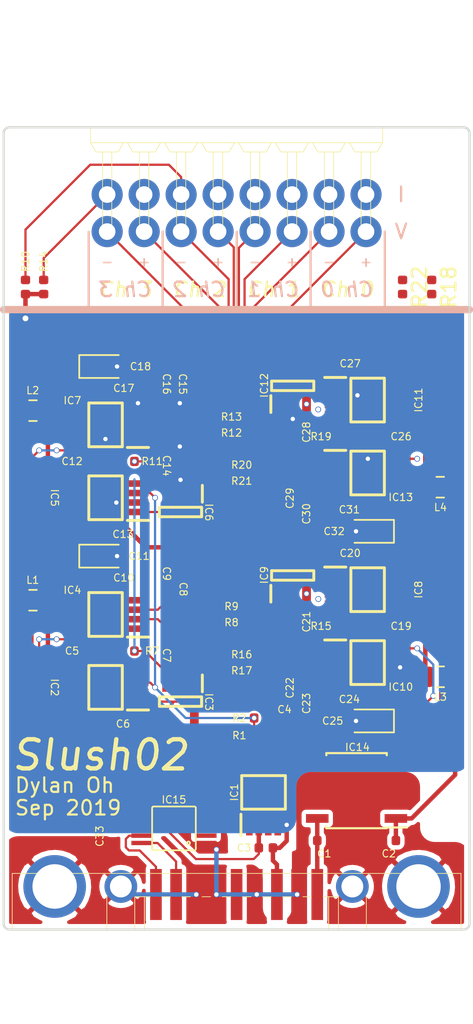
<source format=kicad_pcb>
(kicad_pcb (version 20171130) (host pcbnew "(5.1.6)-1")
  (layers (0 F.Cu signal) (31 B.Cu signal) (34 B.Paste user) (35 F.Paste user) (36 B.SilkS user) (37 F.SilkS user) (38 B.Mask user) (39 F.Mask user) (44 Edge.Cuts user))
  (net 0 "")
  (net 1 GND)
  (net 2 /Channel0/V+)
  (net 3 /Channel1/V+)
  (net 4 /Channel2/V+)
  (net 5 /Channel3/V+)
  (net 6 /Channel0/out)
  (net 7 /Channel1/out)
  (net 8 /Channel2/out)
  (net 9 /Channel3/out)
  (net 10 /Channel0/I+)
  (net 11 /Channel0/I-)
  (net 12 /Channel1/I+)
  (net 13 /Channel1/I-)
  (net 14 /Channel0/V-)
  (net 15 /Channel1/V-)
  (net 16 /Channel2/I+)
  (net 17 /Channel2/I-)
  (net 18 /Channel3/I+)
  (net 19 /Channel3/I-)
  (net 20 /Channel2/V-)
  (net 21 /Channel3/V-)
  (net 22 /Channel0/Vpower)
  (net 23 /Channel1/Vpower)
  (net 24 /Channel2/Vpower)
  (net 25 /Channel3/Vpower)
  (net 26 /Power)
  (net 27 /1V)
  (net 28 "Net-(C1-Pad1)")
  (net 29 GNDA)
  (net 30 "Net-(C4-Pad1)")
  (net 31 "Net-(C7-Pad2)")
  (net 32 "Net-(C8-Pad2)")
  (net 33 "Net-(C14-Pad2)")
  (net 34 "Net-(C15-Pad2)")
  (net 35 "Net-(C21-Pad2)")
  (net 36 "Net-(C22-Pad2)")
  (net 37 "Net-(C28-Pad2)")
  (net 38 "Net-(C29-Pad2)")
  (net 39 "Net-(IC2-Pad1)")
  (net 40 "Net-(IC2-Pad5)")
  (net 41 "Net-(IC5-Pad1)")
  (net 42 "Net-(IC5-Pad5)")
  (net 43 "Net-(IC8-Pad1)")
  (net 44 "Net-(IC8-Pad5)")
  (net 45 "Net-(IC11-Pad1)")
  (net 46 "Net-(IC11-Pad5)")
  (net 47 SDA)
  (net 48 SCL)
  (module Capacitor_Tantalum_SMD:CP_EIA-2012-12_Kemet-R (layer F.Cu) (at 79.0975 97.7 180)
    (fp_text reference C32 (at 2.3975 0 unlocked) (layer F.SilkS) (effects (font (size 0.5 0.5) (thickness 0.075))))
    (fp_text value 10uF)
    (pad 2 smd roundrect (at 0.8875 0 180) (size 1.125 1.05) (layers F.Cu F.Paste F.Mask) (roundrect_rratio 0.238095) (net 29 GNDA))
    (pad 1 smd roundrect (at -0.8875 0 180) (size 1.125 1.05) (layers F.Cu F.Paste F.Mask) (roundrect_rratio 0.238095) (net 22 /Channel0/Vpower))
  )
  (module Capacitor_Tantalum_SMD:CP_EIA-2012-12_Kemet-R (layer F.Cu) (at 79.0975 110.7 180)
    (fp_text reference C25 (at 2.4975 0 unlocked) (layer F.SilkS) (effects (font (size 0.5 0.5) (thickness 0.075))))
    (fp_text value 10uF)
    (pad 2 smd roundrect (at 0.8875 0 180) (size 1.125 1.05) (layers F.Cu F.Paste F.Mask) (roundrect_rratio 0.238095) (net 29 GNDA))
    (pad 1 smd roundrect (at -0.8875 0 180) (size 1.125 1.05) (layers F.Cu F.Paste F.Mask) (roundrect_rratio 0.238095) (net 23 /Channel1/Vpower))
  )
  (module Capacitor_Tantalum_SMD:CP_EIA-2012-12_Kemet-R (layer F.Cu) (at 60.9025 86.4)
    (fp_text reference C18 (at 2.4975 0 unlocked) (layer F.SilkS) (effects (font (size 0.5 0.5) (thickness 0.075))))
    (fp_text value 10uF)
    (pad 2 smd roundrect (at 0.8875 0) (size 1.125 1.05) (layers F.Cu F.Paste F.Mask) (roundrect_rratio 0.238095) (net 29 GNDA))
    (pad 1 smd roundrect (at -0.8875 0) (size 1.125 1.05) (layers F.Cu F.Paste F.Mask) (roundrect_rratio 0.238095) (net 25 /Channel3/Vpower))
  )
  (module Capacitor_Tantalum_SMD:CP_EIA-2012-12_Kemet-R (layer F.Cu) (at 60.9025 99.4)
    (fp_text reference C11 (at 2.3975 0 unlocked) (layer F.SilkS) (effects (font (size 0.5 0.5) (thickness 0.075))))
    (fp_text value 10uF)
    (pad 2 smd roundrect (at 0.8875 0) (size 1.125 1.05) (layers F.Cu F.Paste F.Mask) (roundrect_rratio 0.238) (net 29 GNDA))
    (pad 1 smd roundrect (at -0.8875 0) (size 1.125 1.05) (layers F.Cu F.Paste F.Mask) (roundrect_rratio 0.238095) (net 24 /Channel2/Vpower))
  )
  (module Resistor_SMD:R_0402_1005Metric (layer F.Cu) (at 67.85 89.85)
    (fp_text reference R13 (at 1.8 0 unlocked) (layer F.SilkS) (effects (font (size 0.5 0.5) (thickness 0.075))))
    (fp_text value 100k)
    (pad 2 smd roundrect (at 0.485 0) (size 0.59 0.64) (layers F.Cu F.Paste F.Mask) (net 21 /Channel3/V-))
    (pad 1 smd roundrect (at -0.485 0) (size 0.59 0.64) (layers F.Cu F.Paste F.Mask) (net 34 "Net-(C15-Pad2)"))
  )
  (module Resistor_SMD:R_0402_1005Metric (layer F.Cu) (at 67.85 90.95)
    (fp_text reference R12 (at 1.8 0 unlocked) (layer F.SilkS) (effects (font (size 0.5 0.5) (thickness 0.075))))
    (fp_text value 100k)
    (pad 1 smd roundrect (at -0.485 0) (size 0.59 0.64) (layers F.Cu F.Paste F.Mask) (net 33 "Net-(C14-Pad2)"))
    (pad 2 smd roundrect (at 0.485 0) (size 0.59 0.64) (layers F.Cu F.Paste F.Mask) (net 5 /Channel3/V+))
  )
  (module Resistor_SMD:R_0402_1005Metric (layer F.Cu) (at 62.5 92.906)
    (fp_text reference R11 (at 1.7 -0.006 unlocked) (layer F.SilkS) (effects (font (size 0.5 0.5) (thickness 0.075))))
    (fp_text value 100k)
    (pad 1 smd roundrect (at -0.485 0) (size 0.59 0.64) (layers F.Cu F.Paste F.Mask) (net 42 "Net-(IC5-Pad5)"))
    (pad 2 smd roundrect (at 0.485 0) (size 0.59 0.64) (layers F.Cu F.Paste F.Mask) (net 18 /Channel3/I+))
  )
  (module Inductor_SMD:L_0805_2012Metric_Pad1.15x1.40mm_HandSolder (layer F.Cu) (at 56.014 89.425)
    (fp_text reference L2 (at -0.015 -1.382 unlocked) (layer F.SilkS) (effects (font (size 0.5 0.5) (thickness 0.075))))
    (fp_text value "MMZ2012Y152B ")
    (pad 1 smd roundrect (at -1.025 0) (size 1.15 1.4) (layers F.Cu F.Paste F.Mask) (roundrect_rratio 0.217391) (net 26 /Power))
    (pad 2 smd roundrect (at 1.025 0) (size 1.15 1.4) (layers F.Cu F.Paste F.Mask) (roundrect_rratio 0.217391) (net 25 /Channel3/Vpower))
  )
  (module Slush02:TSOT-23-5 (layer F.Cu) (at 66.147 96.375 270)
    (fp_text reference IC6 (at 0.025 -1.953 270 unlocked) (layer F.SilkS) (effects (font (size 0.5 0.5) (thickness 0.075))))
    (fp_text value AD8603AUJZ-R2 hide)
    (pad 1 smd rect (at -1.25 -0.95) (size 0.6 1.15) (layers F.Cu F.Paste F.Mask) (net 41 "Net-(IC5-Pad1)") (clearance 0.1))
    (pad 2 smd rect (at -1.25 0) (size 0.6 1.15) (layers F.Cu F.Paste F.Mask) (net 29 GNDA) (clearance 0.1))
    (pad 3 smd rect (at -1.25 0.95) (size 0.6 1.15) (layers F.Cu F.Paste F.Mask) (net 18 /Channel3/I+) (clearance 0.1))
    (pad 4 smd rect (at 1.25 0.95) (size 0.6 1.15) (layers F.Cu F.Paste F.Mask) (net 41 "Net-(IC5-Pad1)") (clearance 0.1))
    (pad 5 smd rect (at 1.25 -0.95) (size 0.6 1.15) (layers F.Cu F.Paste F.Mask) (net 25 /Channel3/Vpower) (clearance 0.1))
  )
  (module Slush02:MSOP-8 (layer F.Cu) (at 61 90.4 180)
    (fp_text reference IC7 (at 2.278 1.668 unlocked) (layer F.SilkS) (effects (font (size 0.5 0.5) (thickness 0.075))))
    (fp_text value AD8237ARMZ hide)
    (pad 1 smd rect (at -2.225 -0.975 270) (size 0.45 1.45) (layers F.Cu F.Paste F.Mask) (net 29 GNDA) (clearance 0.05))
    (pad 2 smd rect (at -2.225 -0.325 270) (size 0.45 1.45) (layers F.Cu F.Paste F.Mask) (net 33 "Net-(C14-Pad2)") (clearance 0.05))
    (pad 3 smd rect (at -2.225 0.325 270) (size 0.45 1.45) (layers F.Cu F.Paste F.Mask) (net 34 "Net-(C15-Pad2)") (clearance 0.05))
    (pad 4 smd rect (at -2.225 0.975 270) (size 0.45 1.45) (layers F.Cu F.Paste F.Mask) (net 29 GNDA) (clearance 0.05))
    (pad 5 smd rect (at 2.225 0.975 270) (size 0.45 1.45) (layers F.Cu F.Paste F.Mask) (net 25 /Channel3/Vpower) (clearance 0.05))
    (pad 6 smd rect (at 2.225 0.325 270) (size 0.45 1.45) (layers F.Cu F.Paste F.Mask) (net 29 GNDA) (clearance 0.05))
    (pad 7 smd rect (at 2.225 -0.325 270) (size 0.45 1.45) (layers F.Cu F.Paste F.Mask) (net 9 /Channel3/out) (clearance 0.05))
    (pad 8 smd rect (at 2.225 -0.975 270) (size 0.45 1.45) (layers F.Cu F.Paste F.Mask) (net 9 /Channel3/out) (clearance 0.05))
  )
  (module Slush02:MSOP-8 (layer F.Cu) (at 61 95.4 180)
    (fp_text reference IC5 (at 3.5 0 -90 unlocked) (layer F.SilkS) (effects (font (size 0.5 0.5) (thickness 0.075))))
    (fp_text value AD8276ARMZ hide)
    (pad 8 smd rect (at 2.225 -0.975 270) (size 0.45 1.45) (layers F.Cu F.Paste F.Mask) (clearance 0.05))
    (pad 7 smd rect (at 2.225 -0.325 270) (size 0.45 1.45) (layers F.Cu F.Paste F.Mask) (net 25 /Channel3/Vpower) (clearance 0.05))
    (pad 6 smd rect (at 2.225 0.325 270) (size 0.45 1.45) (layers F.Cu F.Paste F.Mask) (net 42 "Net-(IC5-Pad5)") (clearance 0.05))
    (pad 5 smd rect (at 2.225 0.975 270) (size 0.45 1.45) (layers F.Cu F.Paste F.Mask) (net 42 "Net-(IC5-Pad5)") (clearance 0.05))
    (pad 4 smd rect (at -2.225 0.975 270) (size 0.45 1.45) (layers F.Cu F.Paste F.Mask) (net 29 GNDA) (clearance 0.05))
    (pad 3 smd rect (at -2.225 0.325 270) (size 0.45 1.45) (layers F.Cu F.Paste F.Mask) (net 27 /1V) (clearance 0.05))
    (pad 2 smd rect (at -2.225 -0.325 270) (size 0.45 1.45) (layers F.Cu F.Paste F.Mask) (net 29 GNDA) (clearance 0.05))
    (pad 1 smd rect (at -2.225 -0.975 270) (size 0.45 1.45) (layers F.Cu F.Paste F.Mask) (net 41 "Net-(IC5-Pad1)") (clearance 0.05))
  )
  (module Capacitor_SMD:C_0402_1005Metric (layer F.Cu) (at 66.3 90.4 90)
    (fp_text reference C15 (at 2.798 0.002 -90 unlocked) (layer F.SilkS) (effects (font (size 0.5 0.5) (thickness 0.075))))
    (fp_text value "1uF 6.3V X7R 0805")
    (pad 1 smd roundrect (at -0.485 0 90) (size 0.59 0.64) (layers F.Cu F.Paste F.Mask) (net 33 "Net-(C14-Pad2)"))
    (pad 2 smd roundrect (at 0.485 0 90) (size 0.59 0.64) (layers F.Cu F.Paste F.Mask) (net 34 "Net-(C15-Pad2)"))
  )
  (module Capacitor_SMD:C_0402_1005Metric (layer F.Cu) (at 60.5 87.9)
    (fp_text reference C17 (at 1.754 -0.014 unlocked) (layer F.SilkS) (effects (font (size 0.5 0.5) (thickness 0.075))))
    (fp_text value 0.1uF)
    (pad 1 smd roundrect (at -0.485 0) (size 0.59 0.64) (layers F.Cu F.Paste F.Mask) (net 25 /Channel3/Vpower))
    (pad 2 smd roundrect (at 0.485 0) (size 0.59 0.64) (layers F.Cu F.Paste F.Mask) (net 29 GNDA))
  )
  (module Capacitor_SMD:C_0402_1005Metric (layer F.Cu) (at 60.5 92.9)
    (fp_text reference C12 (at -1.8 0 unlocked) (layer F.SilkS) (effects (font (size 0.5 0.5) (thickness 0.075))))
    (fp_text value 0.1uF)
    (pad 1 smd roundrect (at -0.485 0) (size 0.59 0.64) (layers F.Cu F.Paste F.Mask) (net 25 /Channel3/Vpower))
    (pad 2 smd roundrect (at 0.485 0) (size 0.59 0.64) (layers F.Cu F.Paste F.Mask) (net 29 GNDA))
  )
  (module Capacitor_SMD:C_0402_1005Metric (layer F.Cu) (at 60.5 97.9)
    (fp_text reference C13 (at 1.7 0 unlocked) (layer F.SilkS) (effects (font (size 0.5 0.5) (thickness 0.075))))
    (fp_text value 0.1uF)
    (pad 1 smd roundrect (at -0.485 0) (size 0.59 0.64) (layers F.Cu F.Paste F.Mask) (net 25 /Channel3/Vpower))
    (pad 2 smd roundrect (at 0.485 0) (size 0.59 0.64) (layers F.Cu F.Paste F.Mask) (net 29 GNDA))
  )
  (module Capacitor_SMD:C_0402_1005Metric (layer F.Cu) (at 65.2 91.4 90)
    (fp_text reference C14 (at -1.8 0 -90 unlocked) (layer F.SilkS) (effects (font (size 0.5 0.5) (thickness 0.075))))
    (fp_text value 0.1uF)
    (pad 1 smd roundrect (at -0.485 0 90) (size 0.59 0.64) (layers F.Cu F.Paste F.Mask) (net 29 GNDA))
    (pad 2 smd roundrect (at 0.485 0 90) (size 0.59 0.64) (layers F.Cu F.Paste F.Mask) (net 33 "Net-(C14-Pad2)"))
  )
  (module Capacitor_SMD:C_0402_1005Metric (layer F.Cu) (at 65.2 89.4 90)
    (fp_text reference C16 (at 1.8 0 -90 unlocked) (layer F.SilkS) (effects (font (size 0.5 0.5) (thickness 0.075))))
    (fp_text value 0.1uF)
    (pad 1 smd roundrect (at -0.485 0 90) (size 0.59 0.64) (layers F.Cu F.Paste F.Mask) (net 34 "Net-(C15-Pad2)"))
    (pad 2 smd roundrect (at 0.485 0 90) (size 0.59 0.64) (layers F.Cu F.Paste F.Mask) (net 29 GNDA))
  )
  (module Resistor_SMD:R_0402_1005Metric (layer F.Cu) (at 67.85 102.85)
    (fp_text reference R9 (at 1.8 0 unlocked) (layer F.SilkS) (effects (font (size 0.5 0.5) (thickness 0.075))))
    (fp_text value 100k)
    (pad 2 smd roundrect (at 0.485 0) (size 0.59 0.64) (layers F.Cu F.Paste F.Mask) (net 20 /Channel2/V-))
    (pad 1 smd roundrect (at -0.485 0) (size 0.59 0.64) (layers F.Cu F.Paste F.Mask) (net 32 "Net-(C8-Pad2)"))
  )
  (module Resistor_SMD:R_0402_1005Metric (layer F.Cu) (at 67.85 103.95)
    (fp_text reference R8 (at 1.8 0 unlocked) (layer F.SilkS) (effects (font (size 0.5 0.5) (thickness 0.075))))
    (fp_text value 100k)
    (pad 1 smd roundrect (at -0.485 0) (size 0.59 0.64) (layers F.Cu F.Paste F.Mask) (net 31 "Net-(C7-Pad2)"))
    (pad 2 smd roundrect (at 0.485 0) (size 0.59 0.64) (layers F.Cu F.Paste F.Mask) (net 4 /Channel2/V+))
  )
  (module Resistor_SMD:R_0402_1005Metric (layer F.Cu) (at 62.5 105.906)
    (fp_text reference R7 (at 1.7 -0.006 unlocked) (layer F.SilkS) (effects (font (size 0.5 0.5) (thickness 0.075))))
    (fp_text value 100k)
    (pad 1 smd roundrect (at -0.485 0) (size 0.59 0.64) (layers F.Cu F.Paste F.Mask) (net 40 "Net-(IC2-Pad5)"))
    (pad 2 smd roundrect (at 0.485 0) (size 0.59 0.64) (layers F.Cu F.Paste F.Mask) (net 16 /Channel2/I+))
  )
  (module Inductor_SMD:L_0805_2012Metric_Pad1.15x1.40mm_HandSolder (layer F.Cu) (at 56.014 102.425)
    (fp_text reference L1 (at -0.015 -1.382 unlocked) (layer F.SilkS) (effects (font (size 0.5 0.5) (thickness 0.075))))
    (fp_text value "MMZ2012Y152B ")
    (pad 1 smd roundrect (at -1.025 0) (size 1.15 1.4) (layers F.Cu F.Paste F.Mask) (roundrect_rratio 0.217391) (net 26 /Power))
    (pad 2 smd roundrect (at 1.025 0) (size 1.15 1.4) (layers F.Cu F.Paste F.Mask) (roundrect_rratio 0.217391) (net 24 /Channel2/Vpower))
  )
  (module Slush02:TSOT-23-5 (layer F.Cu) (at 66.147 109.375 270)
    (fp_text reference IC3 (at 0.025 -1.953 270 unlocked) (layer F.SilkS) (effects (font (size 0.5 0.5) (thickness 0.075))))
    (fp_text value AD8603AUJZ-R2 hide)
    (pad 1 smd rect (at -1.25 -0.95) (size 0.6 1.15) (layers F.Cu F.Paste F.Mask) (net 39 "Net-(IC2-Pad1)") (clearance 0.1))
    (pad 2 smd rect (at -1.25 0) (size 0.6 1.15) (layers F.Cu F.Paste F.Mask) (net 29 GNDA) (clearance 0.1))
    (pad 3 smd rect (at -1.25 0.95) (size 0.6 1.15) (layers F.Cu F.Paste F.Mask) (net 16 /Channel2/I+) (clearance 0.1))
    (pad 4 smd rect (at 1.25 0.95) (size 0.6 1.15) (layers F.Cu F.Paste F.Mask) (net 39 "Net-(IC2-Pad1)") (clearance 0.1))
    (pad 5 smd rect (at 1.25 -0.95) (size 0.6 1.15) (layers F.Cu F.Paste F.Mask) (net 24 /Channel2/Vpower) (clearance 0.1))
  )
  (module Slush02:MSOP-8 (layer F.Cu) (at 61 103.4 180)
    (fp_text reference IC4 (at 2.278 1.668 unlocked) (layer F.SilkS) (effects (font (size 0.5 0.5) (thickness 0.075))))
    (fp_text value AD8237ARMZ hide)
    (pad 1 smd rect (at -2.225 -0.975 270) (size 0.45 1.45) (layers F.Cu F.Paste F.Mask) (net 29 GNDA) (clearance 0.05))
    (pad 2 smd rect (at -2.225 -0.325 270) (size 0.45 1.45) (layers F.Cu F.Paste F.Mask) (net 31 "Net-(C7-Pad2)") (clearance 0.05))
    (pad 3 smd rect (at -2.225 0.325 270) (size 0.45 1.45) (layers F.Cu F.Paste F.Mask) (net 32 "Net-(C8-Pad2)") (clearance 0.05))
    (pad 4 smd rect (at -2.225 0.975 270) (size 0.45 1.45) (layers F.Cu F.Paste F.Mask) (net 29 GNDA) (clearance 0.05))
    (pad 5 smd rect (at 2.225 0.975 270) (size 0.45 1.45) (layers F.Cu F.Paste F.Mask) (net 24 /Channel2/Vpower) (clearance 0.05))
    (pad 6 smd rect (at 2.225 0.325 270) (size 0.45 1.45) (layers F.Cu F.Paste F.Mask) (net 29 GNDA) (clearance 0.05))
    (pad 7 smd rect (at 2.225 -0.325 270) (size 0.45 1.45) (layers F.Cu F.Paste F.Mask) (net 8 /Channel2/out) (clearance 0.05))
    (pad 8 smd rect (at 2.225 -0.975 270) (size 0.45 1.45) (layers F.Cu F.Paste F.Mask) (net 8 /Channel2/out) (clearance 0.05))
  )
  (module Slush02:MSOP-8 (layer F.Cu) (at 61 108.4 180)
    (fp_text reference IC2 (at 3.5 0 -90 unlocked) (layer F.SilkS) (effects (font (size 0.5 0.5) (thickness 0.075))))
    (fp_text value AD8276ARMZ hide)
    (pad 8 smd rect (at 2.225 -0.975 270) (size 0.45 1.45) (layers F.Cu F.Paste F.Mask) (clearance 0.05))
    (pad 7 smd rect (at 2.225 -0.325 270) (size 0.45 1.45) (layers F.Cu F.Paste F.Mask) (net 24 /Channel2/Vpower) (clearance 0.05))
    (pad 6 smd rect (at 2.225 0.325 270) (size 0.45 1.45) (layers F.Cu F.Paste F.Mask) (net 40 "Net-(IC2-Pad5)") (clearance 0.05))
    (pad 5 smd rect (at 2.225 0.975 270) (size 0.45 1.45) (layers F.Cu F.Paste F.Mask) (net 40 "Net-(IC2-Pad5)") (clearance 0.05))
    (pad 4 smd rect (at -2.225 0.975 270) (size 0.45 1.45) (layers F.Cu F.Paste F.Mask) (net 29 GNDA) (clearance 0.05))
    (pad 3 smd rect (at -2.225 0.325 270) (size 0.45 1.45) (layers F.Cu F.Paste F.Mask) (net 27 /1V) (clearance 0.05))
    (pad 2 smd rect (at -2.225 -0.325 270) (size 0.45 1.45) (layers F.Cu F.Paste F.Mask) (net 29 GNDA) (clearance 0.05))
    (pad 1 smd rect (at -2.225 -0.975 270) (size 0.45 1.45) (layers F.Cu F.Paste F.Mask) (net 39 "Net-(IC2-Pad1)") (clearance 0.05))
  )
  (module Capacitor_SMD:C_0402_1005Metric (layer F.Cu) (at 66.3 103.4 90)
    (fp_text reference C8 (at 1.733 0.037791 -90 unlocked) (layer F.SilkS) (effects (font (size 0.5 0.5) (thickness 0.075))))
    (fp_text value "1uF 6.3V X7R 0805")
    (pad 1 smd roundrect (at -0.485 0 90) (size 0.59 0.64) (layers F.Cu F.Paste F.Mask) (net 31 "Net-(C7-Pad2)"))
    (pad 2 smd roundrect (at 0.485 0 90) (size 0.59 0.64) (layers F.Cu F.Paste F.Mask) (net 32 "Net-(C8-Pad2)"))
  )
  (module Capacitor_SMD:C_0402_1005Metric (layer F.Cu) (at 60.5 100.9)
    (fp_text reference C10 (at 1.754 -0.014 unlocked) (layer F.SilkS) (effects (font (size 0.5 0.5) (thickness 0.075))))
    (fp_text value 0.1uF)
    (pad 1 smd roundrect (at -0.485 0) (size 0.59 0.64) (layers F.Cu F.Paste F.Mask) (net 24 /Channel2/Vpower))
    (pad 2 smd roundrect (at 0.485 0) (size 0.59 0.64) (layers F.Cu F.Paste F.Mask) (net 29 GNDA))
  )
  (module Capacitor_SMD:C_0402_1005Metric (layer F.Cu) (at 60.5 105.9)
    (fp_text reference C5 (at -1.8 0 unlocked) (layer F.SilkS) (effects (font (size 0.5 0.5) (thickness 0.075))))
    (fp_text value 0.1uF)
    (pad 1 smd roundrect (at -0.485 0) (size 0.59 0.64) (layers F.Cu F.Paste F.Mask) (net 24 /Channel2/Vpower))
    (pad 2 smd roundrect (at 0.485 0) (size 0.59 0.64) (layers F.Cu F.Paste F.Mask) (net 29 GNDA))
  )
  (module Capacitor_SMD:C_0402_1005Metric (layer F.Cu) (at 60.5 110.9)
    (fp_text reference C6 (at 1.7 0 unlocked) (layer F.SilkS) (effects (font (size 0.5 0.5) (thickness 0.075))))
    (fp_text value 0.1uF)
    (pad 1 smd roundrect (at -0.485 0) (size 0.59 0.64) (layers F.Cu F.Paste F.Mask) (net 24 /Channel2/Vpower))
    (pad 2 smd roundrect (at 0.485 0) (size 0.59 0.64) (layers F.Cu F.Paste F.Mask) (net 29 GNDA))
  )
  (module Capacitor_SMD:C_0402_1005Metric (layer F.Cu) (at 65.2 104.4 90)
    (fp_text reference C7 (at -1.8 0 -90 unlocked) (layer F.SilkS) (effects (font (size 0.5 0.5) (thickness 0.075))))
    (fp_text value 0.1uF)
    (pad 1 smd roundrect (at -0.485 0 90) (size 0.59 0.64) (layers F.Cu F.Paste F.Mask) (net 29 GNDA))
    (pad 2 smd roundrect (at 0.485 0 90) (size 0.59 0.64) (layers F.Cu F.Paste F.Mask) (net 31 "Net-(C7-Pad2)"))
  )
  (module Capacitor_SMD:C_0402_1005Metric (layer F.Cu) (at 65.2 102.4 90)
    (fp_text reference C9 (at 1.8 0 -90 unlocked) (layer F.SilkS) (effects (font (size 0.5 0.5) (thickness 0.075))))
    (fp_text value 0.1uF)
    (pad 1 smd roundrect (at -0.485 0 90) (size 0.59 0.64) (layers F.Cu F.Paste F.Mask) (net 32 "Net-(C8-Pad2)"))
    (pad 2 smd roundrect (at 0.485 0 90) (size 0.59 0.64) (layers F.Cu F.Paste F.Mask) (net 29 GNDA))
  )
  (module Resistor_SMD:R_0402_1005Metric (layer F.Cu) (at 77.5 91.194 180)
    (fp_text reference R19 (at 1.7 -0.006 unlocked) (layer F.SilkS) (effects (font (size 0.5 0.5) (thickness 0.075))))
    (fp_text value 100k)
    (pad 1 smd roundrect (at -0.485 0 180) (size 0.59 0.64) (layers F.Cu F.Paste F.Mask) (net 46 "Net-(IC11-Pad5)"))
    (pad 2 smd roundrect (at 0.485 0 180) (size 0.59 0.64) (layers F.Cu F.Paste F.Mask) (net 10 /Channel0/I+))
  )
  (module Resistor_SMD:R_0402_1005Metric (layer F.Cu) (at 72.15 94.25 180)
    (fp_text reference R21 (at 1.8 0 unlocked) (layer F.SilkS) (effects (font (size 0.5 0.5) (thickness 0.075))))
    (fp_text value 100k)
    (pad 2 smd roundrect (at 0.485 0 180) (size 0.59 0.64) (layers F.Cu F.Paste F.Mask) (net 14 /Channel0/V-))
    (pad 1 smd roundrect (at -0.485 0 180) (size 0.59 0.64) (layers F.Cu F.Paste F.Mask) (net 38 "Net-(C29-Pad2)"))
  )
  (module Resistor_SMD:R_0402_1005Metric (layer F.Cu) (at 72.15 93.15 180)
    (fp_text reference R20 (at 1.8 0 unlocked) (layer F.SilkS) (effects (font (size 0.5 0.5) (thickness 0.075))))
    (fp_text value 100k)
    (pad 1 smd roundrect (at -0.485 0 180) (size 0.59 0.64) (layers F.Cu F.Paste F.Mask) (net 37 "Net-(C28-Pad2)"))
    (pad 2 smd roundrect (at 0.485 0 180) (size 0.59 0.64) (layers F.Cu F.Paste F.Mask) (net 2 /Channel0/V+))
  )
  (module Slush02:MSOP-8 (layer F.Cu) (at 79 93.7)
    (fp_text reference IC13 (at 2.278 1.668 unlocked) (layer F.SilkS) (effects (font (size 0.5 0.5) (thickness 0.075))))
    (fp_text value AD8237ARMZ hide)
    (pad 1 smd rect (at -2.225 -0.975 90) (size 0.45 1.45) (layers F.Cu F.Paste F.Mask) (net 29 GNDA) (clearance 0.05))
    (pad 2 smd rect (at -2.225 -0.325 90) (size 0.45 1.45) (layers F.Cu F.Paste F.Mask) (net 37 "Net-(C28-Pad2)") (clearance 0.05))
    (pad 3 smd rect (at -2.225 0.325 90) (size 0.45 1.45) (layers F.Cu F.Paste F.Mask) (net 38 "Net-(C29-Pad2)") (clearance 0.05))
    (pad 4 smd rect (at -2.225 0.975 90) (size 0.45 1.45) (layers F.Cu F.Paste F.Mask) (net 29 GNDA) (clearance 0.05))
    (pad 5 smd rect (at 2.225 0.975 90) (size 0.45 1.45) (layers F.Cu F.Paste F.Mask) (net 22 /Channel0/Vpower) (clearance 0.05))
    (pad 6 smd rect (at 2.225 0.325 90) (size 0.45 1.45) (layers F.Cu F.Paste F.Mask) (net 29 GNDA) (clearance 0.05))
    (pad 7 smd rect (at 2.225 -0.325 90) (size 0.45 1.45) (layers F.Cu F.Paste F.Mask) (net 6 /Channel0/out) (clearance 0.05))
    (pad 8 smd rect (at 2.225 -0.975 90) (size 0.45 1.45) (layers F.Cu F.Paste F.Mask) (net 6 /Channel0/out) (clearance 0.05))
  )
  (module Slush02:TSOT-23-5 (layer F.Cu) (at 73.853 87.725 90)
    (fp_text reference IC12 (at 0.025 -1.953 90 unlocked) (layer F.SilkS) (effects (font (size 0.5 0.5) (thickness 0.075))))
    (fp_text value AD8603AUJZ-R2 hide)
    (pad 1 smd rect (at -1.25 -0.95 180) (size 0.6 1.15) (layers F.Cu F.Paste F.Mask) (net 45 "Net-(IC11-Pad1)") (clearance 0.1))
    (pad 2 smd rect (at -1.25 0 180) (size 0.6 1.15) (layers F.Cu F.Paste F.Mask) (net 29 GNDA) (clearance 0.1))
    (pad 3 smd rect (at -1.25 0.95 180) (size 0.6 1.15) (layers F.Cu F.Paste F.Mask) (net 10 /Channel0/I+) (clearance 0.1))
    (pad 4 smd rect (at 1.25 0.95 180) (size 0.6 1.15) (layers F.Cu F.Paste F.Mask) (net 45 "Net-(IC11-Pad1)") (clearance 0.1))
    (pad 5 smd rect (at 1.25 -0.95 180) (size 0.6 1.15) (layers F.Cu F.Paste F.Mask) (net 22 /Channel0/Vpower) (clearance 0.1))
  )
  (module Slush02:MSOP-8 (layer F.Cu) (at 79 88.7)
    (fp_text reference IC11 (at 3.5 0 -270 unlocked) (layer F.SilkS) (effects (font (size 0.5 0.5) (thickness 0.075))))
    (fp_text value AD8276ARMZ hide)
    (pad 8 smd rect (at 2.225 -0.975 90) (size 0.45 1.45) (layers F.Cu F.Paste F.Mask) (clearance 0.05))
    (pad 7 smd rect (at 2.225 -0.325 90) (size 0.45 1.45) (layers F.Cu F.Paste F.Mask) (net 22 /Channel0/Vpower) (clearance 0.05))
    (pad 6 smd rect (at 2.225 0.325 90) (size 0.45 1.45) (layers F.Cu F.Paste F.Mask) (net 46 "Net-(IC11-Pad5)") (clearance 0.05))
    (pad 5 smd rect (at 2.225 0.975 90) (size 0.45 1.45) (layers F.Cu F.Paste F.Mask) (net 46 "Net-(IC11-Pad5)") (clearance 0.05))
    (pad 4 smd rect (at -2.225 0.975 90) (size 0.45 1.45) (layers F.Cu F.Paste F.Mask) (net 29 GNDA) (clearance 0.05))
    (pad 3 smd rect (at -2.225 0.325 90) (size 0.45 1.45) (layers F.Cu F.Paste F.Mask) (net 27 /1V) (clearance 0.05))
    (pad 2 smd rect (at -2.225 -0.325 90) (size 0.45 1.45) (layers F.Cu F.Paste F.Mask) (net 29 GNDA) (clearance 0.05))
    (pad 1 smd rect (at -2.225 -0.975 90) (size 0.45 1.45) (layers F.Cu F.Paste F.Mask) (net 45 "Net-(IC11-Pad1)") (clearance 0.05))
  )
  (module Capacitor_SMD:C_0402_1005Metric (layer F.Cu) (at 74.8 94.7 270)
    (fp_text reference C30 (at 1.8 0 90 unlocked) (layer F.SilkS) (effects (font (size 0.5 0.5) (thickness 0.075))))
    (fp_text value 0.1uF)
    (pad 1 smd roundrect (at -0.485 0 270) (size 0.59 0.64) (layers F.Cu F.Paste F.Mask) (net 38 "Net-(C29-Pad2)"))
    (pad 2 smd roundrect (at 0.485 0 270) (size 0.59 0.64) (layers F.Cu F.Paste F.Mask) (net 29 GNDA))
  )
  (module Capacitor_SMD:C_0402_1005Metric (layer F.Cu) (at 73.7 93.7 270)
    (fp_text reference C29 (at 1.733 0.037791 90 unlocked) (layer F.SilkS) (effects (font (size 0.5 0.5) (thickness 0.075))))
    (fp_text value "1uF 6.3V X7R 0805")
    (pad 1 smd roundrect (at -0.485 0 270) (size 0.59 0.64) (layers F.Cu F.Paste F.Mask) (net 37 "Net-(C28-Pad2)"))
    (pad 2 smd roundrect (at 0.485 0 270) (size 0.59 0.64) (layers F.Cu F.Paste F.Mask) (net 38 "Net-(C29-Pad2)"))
  )
  (module Capacitor_SMD:C_0402_1005Metric (layer F.Cu) (at 74.8 92.7 270)
    (fp_text reference C28 (at -1.8 0 90 unlocked) (layer F.SilkS) (effects (font (size 0.5 0.5) (thickness 0.075))))
    (fp_text value 0.1uF)
    (pad 1 smd roundrect (at -0.485 0 270) (size 0.59 0.64) (layers F.Cu F.Paste F.Mask) (net 29 GNDA))
    (pad 2 smd roundrect (at 0.485 0 270) (size 0.59 0.64) (layers F.Cu F.Paste F.Mask) (net 37 "Net-(C28-Pad2)"))
  )
  (module Capacitor_SMD:C_0402_1005Metric (layer F.Cu) (at 79.5 86.2 180)
    (fp_text reference C27 (at 1.7 0 unlocked) (layer F.SilkS) (effects (font (size 0.5 0.5) (thickness 0.075))))
    (fp_text value 0.1uF)
    (pad 1 smd roundrect (at -0.485 0 180) (size 0.59 0.64) (layers F.Cu F.Paste F.Mask) (net 22 /Channel0/Vpower))
    (pad 2 smd roundrect (at 0.485 0 180) (size 0.59 0.64) (layers F.Cu F.Paste F.Mask) (net 29 GNDA))
  )
  (module Capacitor_SMD:C_0402_1005Metric (layer F.Cu) (at 79.5 91.2 180)
    (fp_text reference C26 (at -1.8 0 unlocked) (layer F.SilkS) (effects (font (size 0.5 0.5) (thickness 0.075))))
    (fp_text value 0.1uF)
    (pad 1 smd roundrect (at -0.485 0 180) (size 0.59 0.64) (layers F.Cu F.Paste F.Mask) (net 22 /Channel0/Vpower))
    (pad 2 smd roundrect (at 0.485 0 180) (size 0.59 0.64) (layers F.Cu F.Paste F.Mask) (net 29 GNDA))
  )
  (module Capacitor_SMD:C_0402_1005Metric (layer F.Cu) (at 79.5 96.2 180)
    (fp_text reference C31 (at 1.754 -0.014 unlocked) (layer F.SilkS) (effects (font (size 0.5 0.5) (thickness 0.075))))
    (fp_text value 0.1uF)
    (pad 1 smd roundrect (at -0.485 0 180) (size 0.59 0.64) (layers F.Cu F.Paste F.Mask) (net 22 /Channel0/Vpower))
    (pad 2 smd roundrect (at 0.485 0 180) (size 0.59 0.64) (layers F.Cu F.Paste F.Mask) (net 29 GNDA))
  )
  (module Inductor_SMD:L_0805_2012Metric_Pad1.15x1.40mm_HandSolder (layer F.Cu) (at 83.986 94.675 180)
    (fp_text reference L4 (at -0.015 -1.382 unlocked) (layer F.SilkS) (effects (font (size 0.5 0.5) (thickness 0.075))))
    (fp_text value "MMZ2012Y152B ")
    (pad 1 smd roundrect (at -1.025 0 180) (size 1.15 1.4) (layers F.Cu F.Paste F.Mask) (roundrect_rratio 0.217) (net 26 /Power))
    (pad 2 smd roundrect (at 1.025 0 180) (size 1.15 1.4) (layers F.Cu F.Paste F.Mask) (roundrect_rratio 0.217) (net 22 /Channel0/Vpower))
  )
  (module Capacitor_SMD:C_0402_1005Metric (layer F.Cu) (at 61.525 118.553 90)
    (fp_text reference C33 (at -0.048 -0.925 90 unlocked) (layer F.SilkS) (effects (font (size 0.5 0.5) (thickness 0.075))))
    (fp_text value 0.1uF)
    (pad 2 smd roundrect (at 0.485 0 90) (size 0.59 0.64) (layers F.Cu F.Paste F.Mask) (net 26 /Power))
    (pad 1 smd roundrect (at -0.485 0 90) (size 0.59 0.64) (layers F.Cu F.Paste F.Mask) (net 1 GND))
  )
  (module Capacitor_SMD:C_0402_1005Metric (layer F.Cu) (at 79.5 109.2 180)
    (fp_text reference C24 (at 1.754 -0.014 unlocked) (layer F.SilkS) (effects (font (size 0.5 0.5) (thickness 0.075))))
    (fp_text value 0.1uF)
    (pad 2 smd roundrect (at 0.485 0 180) (size 0.59 0.64) (layers F.Cu F.Paste F.Mask) (net 29 GNDA))
    (pad 1 smd roundrect (at -0.485 0 180) (size 0.59 0.64) (layers F.Cu F.Paste F.Mask) (net 23 /Channel1/Vpower))
  )
  (module Capacitor_SMD:C_0402_1005Metric (layer F.Cu) (at 74.8 107.7 270)
    (fp_text reference C23 (at 1.8 0 90 unlocked) (layer F.SilkS) (effects (font (size 0.5 0.5) (thickness 0.075))))
    (fp_text value 0.1uF)
    (pad 2 smd roundrect (at 0.485 0 270) (size 0.59 0.64) (layers F.Cu F.Paste F.Mask) (net 29 GNDA))
    (pad 1 smd roundrect (at -0.485 0 270) (size 0.59 0.64) (layers F.Cu F.Paste F.Mask) (net 36 "Net-(C22-Pad2)"))
  )
  (module Capacitor_SMD:C_0402_1005Metric (layer F.Cu) (at 73.7 106.7 270)
    (fp_text reference C22 (at 1.733 0.037791 90 unlocked) (layer F.SilkS) (effects (font (size 0.5 0.5) (thickness 0.075))))
    (fp_text value "1uF 6.3V X7R 0805")
    (pad 2 smd roundrect (at 0.485 0 270) (size 0.59 0.64) (layers F.Cu F.Paste F.Mask) (net 36 "Net-(C22-Pad2)"))
    (pad 1 smd roundrect (at -0.485 0 270) (size 0.59 0.64) (layers F.Cu F.Paste F.Mask) (net 35 "Net-(C21-Pad2)"))
  )
  (module Capacitor_SMD:C_0402_1005Metric (layer F.Cu) (at 74.8 105.7 270)
    (fp_text reference C21 (at -1.8 0 90 unlocked) (layer F.SilkS) (effects (font (size 0.5 0.5) (thickness 0.075))))
    (fp_text value 0.1uF)
    (pad 2 smd roundrect (at 0.485 0 270) (size 0.59 0.64) (layers F.Cu F.Paste F.Mask) (net 35 "Net-(C21-Pad2)"))
    (pad 1 smd roundrect (at -0.485 0 270) (size 0.59 0.64) (layers F.Cu F.Paste F.Mask) (net 29 GNDA))
  )
  (module Capacitor_SMD:C_0402_1005Metric (layer F.Cu) (at 79.5 99.2 180)
    (fp_text reference C20 (at 1.7 0 unlocked) (layer F.SilkS) (effects (font (size 0.5 0.5) (thickness 0.075))))
    (fp_text value 0.1uF)
    (pad 2 smd roundrect (at 0.485 0 180) (size 0.59 0.64) (layers F.Cu F.Paste F.Mask) (net 29 GNDA))
    (pad 1 smd roundrect (at -0.485 0 180) (size 0.59 0.64) (layers F.Cu F.Paste F.Mask) (net 23 /Channel1/Vpower))
  )
  (module Capacitor_SMD:C_0402_1005Metric (layer F.Cu) (at 79.5 104.2 180)
    (fp_text reference C19 (at -1.8 0 unlocked) (layer F.SilkS) (effects (font (size 0.5 0.5) (thickness 0.075))))
    (fp_text value 0.1uF)
    (pad 2 smd roundrect (at 0.485 0 180) (size 0.59 0.64) (layers F.Cu F.Paste F.Mask) (net 29 GNDA))
    (pad 1 smd roundrect (at -0.485 0 180) (size 0.59 0.64) (layers F.Cu F.Paste F.Mask) (net 23 /Channel1/Vpower))
  )
  (module Capacitor_SMD:C_0402_1005Metric (layer F.Cu) (at 73.29 111.215 90)
    (fp_text reference C4 (at 1.3 0 unlocked) (layer F.SilkS) (effects (font (size 0.5 0.5) (thickness 0.075))))
    (fp_text value 0.1uF)
    (pad 2 smd roundrect (at 0.485 0 90) (size 0.59 0.64) (layers F.Cu F.Paste F.Mask) (net 29 GNDA))
    (pad 1 smd roundrect (at -0.485 0 90) (size 0.59 0.64) (layers F.Cu F.Paste F.Mask) (net 30 "Net-(C4-Pad1)"))
  )
  (module Capacitor_SMD:C_0402_1005Metric (layer F.Cu) (at 72.01 119.403)
    (fp_text reference C3 (at -1.5 0 unlocked) (layer F.SilkS) (effects (font (size 0.5 0.5) (thickness 0.075))))
    (fp_text value 0.1uF)
    (pad 2 smd roundrect (at 0.485 0) (size 0.59 0.64) (layers F.Cu F.Paste F.Mask) (net 29 GNDA))
    (pad 1 smd roundrect (at -0.485 0) (size 0.59 0.64) (layers F.Cu F.Paste F.Mask) (net 26 /Power))
  )
  (module Capacitor_SMD:C_0402_1005Metric (layer F.Cu) (at 80.455 118.9 180)
    (fp_text reference C2 (at 0 -0.9 unlocked) (layer F.SilkS) (effects (font (size 0.5 0.5) (thickness 0.075))))
    (fp_text value 0.01uF)
    (pad 2 smd roundrect (at 0.485 0 180) (size 0.59 0.64) (layers F.Cu F.Paste F.Mask) (net 1 GND))
    (pad 1 smd roundrect (at -0.485 0 180) (size 0.59 0.64) (layers F.Cu F.Paste F.Mask) (net 26 /Power))
  )
  (module Capacitor_SMD:C_0402_1005Metric (layer F.Cu) (at 76.025 118.9)
    (fp_text reference C1 (at 0 0.9 unlocked) (layer F.SilkS) (effects (font (size 0.5 0.5) (thickness 0.075))))
    (fp_text value 0.33uF)
    (pad 2 smd roundrect (at 0.485 0) (size 0.59 0.64) (layers F.Cu F.Paste F.Mask) (net 1 GND))
    (pad 1 smd roundrect (at -0.485 0) (size 0.59 0.64) (layers F.Cu F.Paste F.Mask) (net 28 "Net-(C1-Pad1)"))
  )
  (module Slush02:MSOP-8 (layer F.Cu) (at 79 101.7)
    (fp_text reference IC8 (at 3.5 0 -270 unlocked) (layer F.SilkS) (effects (font (size 0.5 0.5) (thickness 0.075))))
    (fp_text value AD8276ARMZ hide)
    (pad 1 smd rect (at -2.225 -0.975 90) (size 0.45 1.45) (layers F.Cu F.Paste F.Mask) (net 43 "Net-(IC8-Pad1)") (clearance 0.05))
    (pad 2 smd rect (at -2.225 -0.325 90) (size 0.45 1.45) (layers F.Cu F.Paste F.Mask) (net 29 GNDA) (clearance 0.05))
    (pad 3 smd rect (at -2.225 0.325 90) (size 0.45 1.45) (layers F.Cu F.Paste F.Mask) (net 27 /1V) (clearance 0.05))
    (pad 4 smd rect (at -2.225 0.975 90) (size 0.45 1.45) (layers F.Cu F.Paste F.Mask) (net 29 GNDA) (clearance 0.05))
    (pad 5 smd rect (at 2.225 0.975 90) (size 0.45 1.45) (layers F.Cu F.Paste F.Mask) (net 44 "Net-(IC8-Pad5)") (clearance 0.05))
    (pad 6 smd rect (at 2.225 0.325 90) (size 0.45 1.45) (layers F.Cu F.Paste F.Mask) (net 44 "Net-(IC8-Pad5)") (clearance 0.05))
    (pad 7 smd rect (at 2.225 -0.325 90) (size 0.45 1.45) (layers F.Cu F.Paste F.Mask) (net 23 /Channel1/Vpower) (clearance 0.05))
    (pad 8 smd rect (at 2.225 -0.975 90) (size 0.45 1.45) (layers F.Cu F.Paste F.Mask) (clearance 0.05))
  )
  (module Inductor_SMD:L_0805_2012Metric_Pad1.15x1.40mm_HandSolder (layer F.Cu) (at 83.986 107.675 180)
    (fp_text reference L3 (at -0.015 -1.382 unlocked) (layer F.SilkS) (effects (font (size 0.5 0.5) (thickness 0.075))))
    (fp_text value "MMZ2012Y152B ")
    (pad 2 smd roundrect (at 1.025 0 180) (size 1.15 1.4) (layers F.Cu F.Paste F.Mask) (roundrect_rratio 0.217391) (net 23 /Channel1/Vpower))
    (pad 1 smd roundrect (at -1.025 0 180) (size 1.15 1.4) (layers F.Cu F.Paste F.Mask) (roundrect_rratio 0.217391) (net 26 /Power))
  )
  (module Slush02:MSOP-8 (layer F.Cu) (at 71.85 115.6 90)
    (fp_text reference IC1 (at 0.002 -2.007 90) (layer F.SilkS) (effects (font (size 0.5 0.5) (thickness 0.075))))
    (fp_text value ADR440ARMZ hide)
    (pad 1 smd rect (at -2.225 -0.975 180) (size 0.45 1.45) (layers F.Cu F.Paste F.Mask) (clearance 0.05))
    (pad 2 smd rect (at -2.225 -0.325 180) (size 0.45 1.45) (layers F.Cu F.Paste F.Mask) (net 26 /Power) (clearance 0.05))
    (pad 3 smd rect (at -2.225 0.325 180) (size 0.45 1.45) (layers F.Cu F.Paste F.Mask) (clearance 0.05))
    (pad 4 smd rect (at -2.225 0.975 180) (size 0.45 1.45) (layers F.Cu F.Paste F.Mask) (net 29 GNDA) (clearance 0.05))
    (pad 5 smd rect (at 2.225 0.975 180) (size 0.45 1.45) (layers F.Cu F.Paste F.Mask) (clearance 0.05))
    (pad 6 smd rect (at 2.225 0.325 180) (size 0.45 1.45) (layers F.Cu F.Paste F.Mask) (net 30 "Net-(C4-Pad1)") (clearance 0.05))
    (pad 7 smd rect (at 2.225 -0.325 180) (size 0.45 1.45) (layers F.Cu F.Paste F.Mask) (clearance 0.05))
    (pad 8 smd rect (at 2.225 -0.975 180) (size 0.45 1.45) (layers F.Cu F.Paste F.Mask) (clearance 0.05))
  )
  (module Slush02:TSOT-23-5 (layer F.Cu) (at 73.853 100.725 90)
    (fp_text reference IC9 (at 0.025 -1.953 90 unlocked) (layer F.SilkS) (effects (font (size 0.5 0.5) (thickness 0.075))))
    (fp_text value AD8603AUJZ-R2 hide)
    (pad 5 smd rect (at 1.25 -0.95 180) (size 0.6 1.15) (layers F.Cu F.Paste F.Mask) (net 23 /Channel1/Vpower) (clearance 0.1))
    (pad 4 smd rect (at 1.25 0.95 180) (size 0.6 1.15) (layers F.Cu F.Paste F.Mask) (net 43 "Net-(IC8-Pad1)") (clearance 0.1))
    (pad 3 smd rect (at -1.25 0.95 180) (size 0.6 1.15) (layers F.Cu F.Paste F.Mask) (net 12 /Channel1/I+) (clearance 0.1))
    (pad 2 smd rect (at -1.25 0 180) (size 0.6 1.15) (layers F.Cu F.Paste F.Mask) (net 29 GNDA) (clearance 0.1))
    (pad 1 smd rect (at -1.25 -0.95 180) (size 0.6 1.15) (layers F.Cu F.Paste F.Mask) (net 43 "Net-(IC8-Pad1)") (clearance 0.1))
  )
  (module Slush02:MSOP-8 (layer F.Cu) (at 79 106.7)
    (fp_text reference IC10 (at 2.278 1.668 unlocked) (layer F.SilkS) (effects (font (size 0.5 0.5) (thickness 0.075))))
    (fp_text value AD8237ARMZ hide)
    (pad 8 smd rect (at 2.225 -0.975 90) (size 0.45 1.45) (layers F.Cu F.Paste F.Mask) (net 7 /Channel1/out) (clearance 0.05))
    (pad 7 smd rect (at 2.225 -0.325 90) (size 0.45 1.45) (layers F.Cu F.Paste F.Mask) (net 7 /Channel1/out) (clearance 0.05))
    (pad 6 smd rect (at 2.225 0.325 90) (size 0.45 1.45) (layers F.Cu F.Paste F.Mask) (net 29 GNDA) (clearance 0.05))
    (pad 5 smd rect (at 2.225 0.975 90) (size 0.45 1.45) (layers F.Cu F.Paste F.Mask) (net 23 /Channel1/Vpower) (clearance 0.05))
    (pad 4 smd rect (at -2.225 0.975 90) (size 0.45 1.45) (layers F.Cu F.Paste F.Mask) (net 29 GNDA) (clearance 0.05))
    (pad 3 smd rect (at -2.225 0.325 90) (size 0.45 1.45) (layers F.Cu F.Paste F.Mask) (net 36 "Net-(C22-Pad2)") (clearance 0.05))
    (pad 2 smd rect (at -2.225 -0.325 90) (size 0.45 1.45) (layers F.Cu F.Paste F.Mask) (net 35 "Net-(C21-Pad2)") (clearance 0.05))
    (pad 1 smd rect (at -2.225 -0.975 90) (size 0.45 1.45) (layers F.Cu F.Paste F.Mask) (net 29 GNDA) (clearance 0.05))
  )
  (module Slush02:SOIC-8 (layer F.Cu) (at 78.239782 115.480784 180)
    (fp_text reference IC14 (at -0.060218 2.980784 180) (layer F.SilkS) (effects (font (size 0.5 0.5) (thickness 0.075))))
    (fp_text value LM78L05)
    (pad 1 smd rect (at -2.7 -1.905 180) (size 1.55 0.6) (layers F.Cu F.Paste F.Mask) (net 26 /Power))
    (pad 2 smd rect (at -2.7 -0.635 180) (size 1.55 0.6) (layers F.Cu F.Paste F.Mask) (net 1 GND))
    (pad 3 smd rect (at -2.7 0.635 180) (size 1.55 0.6) (layers F.Cu F.Paste F.Mask) (net 1 GND))
    (pad 4 smd rect (at -2.7 1.905 180) (size 1.55 0.6) (layers F.Cu F.Paste F.Mask))
    (pad 5 smd rect (at 2.7 1.905 180) (size 1.55 0.6) (layers F.Cu F.Paste F.Mask))
    (pad 6 smd rect (at 2.7 0.635 180) (size 1.55 0.6) (layers F.Cu F.Paste F.Mask) (net 1 GND))
    (pad 7 smd rect (at 2.7 -0.635 180) (size 1.55 0.6) (layers F.Cu F.Paste F.Mask) (net 1 GND))
    (pad 8 smd rect (at 2.7 -1.905 180) (size 1.55 0.6) (layers F.Cu F.Paste F.Mask) (net 28 "Net-(C1-Pad1)"))
  )
  (module Slush02:VSSOP-10 (layer F.Cu) (at 65.698 118.068 180)
    (fp_text reference IC15 (at 0 1.968) (layer F.SilkS) (effects (font (size 0.5 0.5) (thickness 0.075))))
    (fp_text value ADS1115 hide)
    (pad 1 smd rect (at -2.2 -1 180) (size 1.45 0.3) (layers F.Cu F.Paste F.Mask) (net 1 GND) (clearance 0.05))
    (pad 2 smd rect (at -2.2 -0.5 180) (size 1.45 0.3) (layers F.Cu F.Paste F.Mask) (clearance 0.05))
    (pad 3 smd rect (at -2.2 0 180) (size 1.45 0.3) (layers F.Cu F.Paste F.Mask) (net 1 GND) (clearance 0.05))
    (pad 4 smd rect (at -2.2 0.5 180) (size 1.45 0.3) (layers F.Cu F.Paste F.Mask) (net 6 /Channel0/out) (clearance 0.05))
    (pad 5 smd rect (at -2.2 1 180) (size 1.45 0.3) (layers F.Cu F.Paste F.Mask) (net 7 /Channel1/out) (clearance 0.05))
    (pad 6 smd rect (at 2.2 1 180) (size 1.45 0.3) (layers F.Cu F.Paste F.Mask) (net 8 /Channel2/out) (clearance 0.05))
    (pad 7 smd rect (at 2.2 0.5 180) (size 1.45 0.3) (layers F.Cu F.Paste F.Mask) (net 9 /Channel3/out) (clearance 0.05))
    (pad 8 smd rect (at 2.2 0 180) (size 1.45 0.3) (layers F.Cu F.Paste F.Mask) (net 26 /Power) (clearance 0.05))
    (pad 9 smd rect (at 2.2 -0.5 180) (size 1.45 0.3) (layers F.Cu F.Paste F.Mask) (net 47 SDA) (clearance 0.05))
    (pad 10 smd rect (at 2.2 -1 180) (size 1.45 0.3) (layers F.Cu F.Paste F.Mask) (net 48 SCL) (clearance 0.05))
  )
  (module Slush02:K202XHT-E9S-N (layer F.Cu) (at 70 122.6 180)
    (fp_text reference J1 hide)
    (fp_text value DB9F)
    (pad 5 smd rect (at -5.54 0 180) (size 0.8 3.5) (layers F.Cu F.Paste F.Mask) (net 28 "Net-(C1-Pad1)"))
    (pad 9 smd rect (at -4.155 0 180) (size 0.8 3.5) (layers F.Cu F.Paste F.Mask) (net 1 GND))
    (pad 4 smd rect (at -2.77 0 180) (size 0.8 3.5) (layers F.Cu F.Paste F.Mask) (net 29 GNDA))
    (pad 8 smd rect (at -1.385 0 180) (size 0.8 3.5) (layers F.Cu F.Paste F.Mask) (net 1 GND))
    (pad 3 smd rect (at 0 0 180) (size 0.8 3.5) (layers F.Cu F.Paste F.Mask))
    (pad 7 smd rect (at 1.385 0 180) (size 0.8 3.5) (layers F.Cu F.Paste F.Mask) (net 1 GND))
    (pad 2 smd rect (at 2.77 0 180) (size 0.8 3.5) (layers F.Cu F.Paste F.Mask) (net 1 GND))
    (pad 6 smd rect (at 4.155 0 180) (size 0.8 3.5) (layers F.Cu F.Paste F.Mask) (net 48 SCL))
    (pad 1 smd rect (at 5.54 0 180) (size 0.8 3.5) (layers F.Cu F.Paste F.Mask) (net 47 SDA))
    (pad 10 thru_hole circle (at -7.95 0.55 180) (size 2.25 2.25) (drill 1.5) (layers *.Cu *.Mask) (net 1 GND))
    (pad 10 thru_hole circle (at 7.95 0.55 180) (size 2.25 2.25) (drill 1.5) (layers *.Cu *.Mask) (net 1 GND))
    (pad 10 thru_hole circle (at -12.495 0.55 180) (size 4.3 4.3) (drill 3.05) (layers *.Cu *.Mask) (net 1 GND))
    (pad 10 thru_hole circle (at 12.495 0.55 180) (size 4.3 4.3) (drill 3.05) (layers *.Cu *.Mask) (net 1 GND))
  )
  (module Slush02:90122-0128 (layer F.Cu) (at 70 75.88 180)
    (fp_text reference J2 hide)
    (fp_text value 90122-0128)
    (pad 1 thru_hole circle (at -8.89 -1.27 180) (size 2.14 2.14) (drill 1.14) (layers *.Cu *.Mask) (net 2 /Channel0/V+))
    (pad 3 thru_hole circle (at -6.35 -1.27 180) (size 2.14 2.14) (drill 1.14) (layers *.Cu *.Mask) (net 14 /Channel0/V-))
    (pad 5 thru_hole circle (at -3.81 -1.27 180) (size 2.14 2.14) (drill 1.14) (layers *.Cu *.Mask) (net 3 /Channel1/V+))
    (pad 7 thru_hole circle (at -1.27 -1.27 180) (size 2.14 2.14) (drill 1.14) (layers *.Cu *.Mask) (net 15 /Channel1/V-))
    (pad 2 thru_hole circle (at -8.89 1.27 180) (size 2.14 2.14) (drill 1.14) (layers *.Cu *.Mask) (net 10 /Channel0/I+))
    (pad 4 thru_hole circle (at -6.35 1.27 180) (size 2.14 2.14) (drill 1.14) (layers *.Cu *.Mask) (net 11 /Channel0/I-))
    (pad 6 thru_hole circle (at -3.81 1.27 180) (size 2.14 2.14) (drill 1.14) (layers *.Cu *.Mask) (net 12 /Channel1/I+))
    (pad 8 thru_hole circle (at -1.27 1.27 180) (size 2.14 2.14) (drill 1.14) (layers *.Cu *.Mask) (net 13 /Channel1/I-))
    (pad 12 thru_hole circle (at 3.81 1.27 180) (size 2.14 2.14) (drill 1.14) (layers *.Cu *.Mask) (net 17 /Channel2/I-))
    (pad 14 thru_hole circle (at 6.35 1.27 180) (size 2.14 2.14) (drill 1.14) (layers *.Cu *.Mask) (net 18 /Channel3/I+))
    (pad 16 thru_hole circle (at 8.89 1.27 180) (size 2.14 2.14) (drill 1.14) (layers *.Cu *.Mask) (net 19 /Channel3/I-))
    (pad 11 thru_hole circle (at 3.81 -1.27 180) (size 2.14 2.14) (drill 1.14) (layers *.Cu *.Mask) (net 20 /Channel2/V-))
    (pad 13 thru_hole circle (at 6.35 -1.27 180) (size 2.14 2.14) (drill 1.14) (layers *.Cu *.Mask) (net 5 /Channel3/V+))
    (pad 9 thru_hole circle (at 1.27 -1.27 180) (size 2.14 2.14) (drill 1.14) (layers *.Cu *.Mask) (net 4 /Channel2/V+))
    (pad 10 thru_hole circle (at 1.27 1.27 180) (size 2.14 2.14) (drill 1.14) (layers *.Cu *.Mask) (net 16 /Channel2/I+))
    (pad 15 thru_hole circle (at 8.89 -1.27 180) (size 2.14 2.14) (drill 1.14) (layers *.Cu *.Mask) (net 21 /Channel3/V-))
  )
  (module Resistor_SMD:R_0402_1005Metric (layer F.Cu) (at 71.69 111.7 180)
    (fp_text reference R1 (at 1.5 0 unlocked) (layer F.SilkS) (effects (font (size 0.5 0.5) (thickness 0.075))))
    (fp_text value 1050)
    (pad 1 smd roundrect (at -0.485 0 180) (size 0.59 0.64) (layers F.Cu F.Paste F.Mask) (net 30 "Net-(C4-Pad1)"))
    (pad 2 smd roundrect (at 0.485 0 180) (size 0.59 0.64) (layers F.Cu F.Paste F.Mask) (net 27 /1V))
  )
  (module Resistor_SMD:R_0402_1005Metric (layer F.Cu) (at 71.69 110.5)
    (fp_text reference R2 (at -1.5 0 unlocked) (layer F.SilkS) (effects (font (size 0.5 0.5) (thickness 0.075))))
    (fp_text value 1K)
    (pad 2 smd roundrect (at 0.485 0) (size 0.59 0.64) (layers F.Cu F.Paste F.Mask) (net 29 GNDA))
    (pad 1 smd roundrect (at -0.485 0) (size 0.59 0.64) (layers F.Cu F.Paste F.Mask) (net 27 /1V))
  )
  (module Resistor_SMD:R_0402_1005Metric (layer F.Cu) (at 55.5 80.95 270)
    (fp_text reference R10 (at -1.75 0 90) (layer F.SilkS) (effects (font (size 0.5 0.5) (thickness 0.075))))
    (fp_text value 10k)
    (pad 1 smd roundrect (at -0.485 0 270) (size 0.59 0.64) (layers F.Cu F.Paste F.Mask) (net 17 /Channel2/I-))
    (pad 2 smd roundrect (at 0.485 0 270) (size 0.59 0.64) (layers F.Cu F.Paste F.Mask) (net 29 GNDA))
  )
  (module Resistor_SMD:R_0402_1005Metric (layer F.Cu) (at 56.75 80.95 270)
    (fp_text reference R14 (at -1.75 0 90) (layer F.SilkS) (effects (font (size 0.5 0.5) (thickness 0.075))))
    (fp_text value 10k)
    (pad 2 smd roundrect (at 0.485 0 270) (size 0.59 0.64) (layers F.Cu F.Paste F.Mask) (net 29 GNDA))
    (pad 1 smd roundrect (at -0.485 0 270) (size 0.59 0.64) (layers F.Cu F.Paste F.Mask) (net 19 /Channel3/I-))
  )
  (module Resistor_SMD:R_0402_1005Metric (layer F.Cu) (at 77.5 104.194 180)
    (fp_text reference R15 (at 1.7 -0.006 unlocked) (layer F.SilkS) (effects (font (size 0.5 0.5) (thickness 0.075))))
    (fp_text value 100k)
    (pad 2 smd roundrect (at 0.485 0 180) (size 0.59 0.64) (layers F.Cu F.Paste F.Mask) (net 12 /Channel1/I+))
    (pad 1 smd roundrect (at -0.485 0 180) (size 0.59 0.64) (layers F.Cu F.Paste F.Mask) (net 44 "Net-(IC8-Pad5)"))
  )
  (module Resistor_SMD:R_0402_1005Metric (layer F.Cu) (at 72.15 106.15 180)
    (fp_text reference R16 (at 1.8 0 unlocked) (layer F.SilkS) (effects (font (size 0.5 0.5) (thickness 0.075))))
    (fp_text value 100k)
    (pad 2 smd roundrect (at 0.485 0 180) (size 0.59 0.64) (layers F.Cu F.Paste F.Mask) (net 3 /Channel1/V+))
    (pad 1 smd roundrect (at -0.485 0 180) (size 0.59 0.64) (layers F.Cu F.Paste F.Mask) (net 35 "Net-(C21-Pad2)"))
  )
  (module Resistor_SMD:R_0402_1005Metric (layer F.Cu) (at 72.15 107.25 180)
    (fp_text reference R17 (at 1.8 0 unlocked) (layer F.SilkS) (effects (font (size 0.5 0.5) (thickness 0.075))))
    (fp_text value 100k)
    (pad 1 smd roundrect (at -0.485 0 180) (size 0.59 0.64) (layers F.Cu F.Paste F.Mask) (net 36 "Net-(C22-Pad2)"))
    (pad 2 smd roundrect (at 0.485 0 180) (size 0.59 0.64) (layers F.Cu F.Paste F.Mask) (net 15 /Channel1/V-))
  )
  (module Resistor_SMD:R_0402_1005Metric (layer F.Cu) (at 83.4 80.95 270)
    (fp_text reference R18 (at 0 -1.17 90) (layer F.SilkS))
    (fp_text value 10k)
    (pad 1 smd roundrect (at -0.485 0 270) (size 0.59 0.64) (layers F.Cu F.Paste F.Mask) (net 13 /Channel1/I-))
    (pad 2 smd roundrect (at 0.485 0 270) (size 0.59 0.64) (layers F.Cu F.Paste F.Mask) (net 29 GNDA))
  )
  (module Resistor_SMD:R_0402_1005Metric (layer F.Cu) (at 81.4 80.95 270)
    (fp_text reference R22 (at 0 -1.17 90) (layer F.SilkS))
    (fp_text value 10k)
    (pad 2 smd roundrect (at 0.485 0 270) (size 0.59 0.64) (layers F.Cu F.Paste F.Mask) (net 29 GNDA))
    (pad 1 smd roundrect (at -0.485 0 270) (size 0.59 0.64) (layers F.Cu F.Paste F.Mask) (net 11 /Channel0/I-))
  )
  (gr_text + (at 68.73 79.22) (layer F.SilkS) (effects (font (size 0.666667 0.666667) (thickness 0.1))))
  (gr_text + (at 68.73 79.22) (layer B.SilkS) (effects (font (size 0.666667 0.666667) (thickness 0.1)) (justify mirror)))
  (gr_line (start 86 124.6) (end 86 124) (layer Edge.Cuts) (width 0.15))
  (gr_line (start 85 125) (end 85.6 125) (layer Edge.Cuts) (width 0.15))
  (gr_line (start 54.4 125) (end 55 125) (layer Edge.Cuts) (width 0.15))
  (gr_line (start 54 124) (end 54 124.6) (layer Edge.Cuts) (width 0.15))
  (gr_arc (start 54.4 124.6) (end 54 124.6) (angle -90) (layer Edge.Cuts) (width 0.15))
  (gr_arc (start 85.6 124.6) (end 85.6 125) (angle -90) (layer Edge.Cuts) (width 0.15))
  (gr_line (start 55 70) (end 54.4 70) (layer Edge.Cuts) (width 0.15))
  (gr_arc (start 54.4 70.4) (end 54.4 70) (angle -90) (layer Edge.Cuts) (width 0.15))
  (gr_line (start 85.6 70) (end 85 70) (layer Edge.Cuts) (width 0.15))
  (gr_arc (start 85.6 70.4) (end 86 70.4) (angle -90) (layer Edge.Cuts) (width 0.15))
  (gr_text "Sep 2019" (at 54.691 116.661) (layer F.SilkS) (effects (font (size 1 1)) (justify left)))
  (gr_text "Dylan Oh" (at 54.691 115.111) (layer F.SilkS) (effects (font (size 1 1)) (justify left)))
  (gr_text Slush02 (at 54.448 113.045) (layer F.SilkS) (effects (font (size 2 2) (thickness 0.3) italic) (justify left)))
  (gr_text I (at 81.301 74.61) (layer B.SilkS) (effects (font (size 1 1)) (justify mirror)))
  (gr_text V (at 81.301 77.15) (layer B.SilkS) (effects (font (size 1 1)) (justify mirror)))
  (gr_text - (at 76.35 79.22) (layer B.SilkS) (effects (font (size 0.666667 0.666667) (thickness 0.1)) (justify mirror)))
  (gr_text + (at 73.81 79.22) (layer B.SilkS) (effects (font (size 0.666667 0.666667) (thickness 0.1)) (justify mirror)))
  (gr_text "Ch 2" (at 67.46 81.12) (layer B.SilkS) (effects (font (size 1 1) (thickness 0.15) italic) (justify mirror)))
  (gr_text + (at 78.89 79.22) (layer B.SilkS) (effects (font (size 0.666667 0.666667) (thickness 0.1)) (justify mirror)))
  (gr_text + (at 63.65 79.22) (layer B.SilkS) (effects (font (size 0.666667 0.666667) (thickness 0.1)) (justify mirror)))
  (gr_text - (at 66.19 79.22) (layer B.SilkS) (effects (font (size 0.666667 0.666667) (thickness 0.1)) (justify mirror)))
  (gr_text "Ch 3" (at 62.38 81.12) (layer B.SilkS) (effects (font (size 1 1) (thickness 0.15) italic) (justify mirror)))
  (gr_text "Ch 1" (at 72.54 81.12) (layer B.SilkS) (effects (font (size 1 1) (thickness 0.15) italic) (justify mirror)))
  (gr_text - (at 61.11 79.22) (layer B.SilkS) (effects (font (size 0.666667 0.666667) (thickness 0.1)) (justify mirror)))
  (gr_text "Ch 0" (at 77.62 81.12) (layer B.SilkS) (effects (font (size 1 1) (thickness 0.15) italic) (justify mirror)))
  (gr_text - (at 71.27 79.22) (layer B.SilkS) (effects (font (size 0.666667 0.666667) (thickness 0.1)) (justify mirror)))
  (gr_line (start 80.18 77.15) (end 80.18 82.53) (layer B.SilkS) (width 0.15))
  (gr_line (start 75.08 77.15) (end 75.08 82.53) (layer B.SilkS) (width 0.15))
  (gr_line (start 70.01 77.16) (end 70.01 82.54) (layer B.SilkS) (width 0.15))
  (gr_line (start 64.92 77.14) (end 64.92 82.52) (layer B.SilkS) (width 0.15))
  (gr_line (start 59.84 77.16) (end 59.84 82.54) (layer B.SilkS) (width 0.15))
  (gr_line (start 86 82.5) (end 54 82.5) (layer B.SilkS) (width 0.5))
  (gr_text V (at 81.3 77.15) (layer F.SilkS) (effects (font (size 1 1))))
  (gr_text I (at 81.3 74.61) (layer F.SilkS) (effects (font (size 1 1))))
  (gr_line (start 59.84 77.16) (end 59.84 82.54) (layer F.SilkS) (width 0.15))
  (gr_line (start 80.18 77.15) (end 80.18 82.53) (layer F.SilkS) (width 0.15))
  (gr_line (start 64.92 77.14) (end 64.92 82.52) (layer F.SilkS) (width 0.15))
  (gr_line (start 70.01 77.16) (end 70.01 82.54) (layer F.SilkS) (width 0.15))
  (gr_line (start 75.08 77.15) (end 75.08 82.53) (layer F.SilkS) (width 0.15))
  (gr_line (start 86 82.5) (end 54 82.5) (layer F.SilkS) (width 0.5))
  (gr_text "Ch 0" (at 77.62 81.12) (layer F.SilkS) (effects (font (size 1 1) (thickness 0.15) italic)))
  (gr_text "Ch 1" (at 72.54 81.12) (layer F.SilkS) (effects (font (size 1 1) (thickness 0.15) italic)))
  (gr_text "Ch 2" (at 67.46 81.12) (layer F.SilkS) (effects (font (size 1 1) (thickness 0.15) italic)))
  (gr_text "Ch 3" (at 62.38 81.12) (layer F.SilkS) (effects (font (size 1 1) (thickness 0.15) italic)))
  (gr_text + (at 78.89 79.22) (layer F.SilkS) (effects (font (size 0.666667 0.666667) (thickness 0.1))))
  (gr_text + (at 73.81 79.22) (layer F.SilkS) (effects (font (size 0.666667 0.666667) (thickness 0.1))))
  (gr_text - (at 76.35 79.22) (layer F.SilkS) (effects (font (size 0.666667 0.666667) (thickness 0.1))))
  (gr_text - (at 71.27 79.22) (layer F.SilkS) (effects (font (size 0.666667 0.666667) (thickness 0.1))))
  (gr_text - (at 66.19 79.22) (layer F.SilkS) (effects (font (size 0.666667 0.666667) (thickness 0.1))))
  (gr_text - (at 61.11 79.22) (layer F.SilkS) (effects (font (size 0.666667 0.666667) (thickness 0.1))))
  (gr_text + (at 63.65 79.22) (layer F.SilkS) (effects (font (size 0.666667 0.666667) (thickness 0.1))))
  (gr_line (start 85 70) (end 55 70) (layer Edge.Cuts) (width 0.15))
  (gr_line (start 86 124) (end 86 70.4) (layer Edge.Cuts) (width 0.15))
  (gr_line (start 55 125) (end 85 125) (layer Edge.Cuts) (width 0.15))
  (gr_line (start 54 70.4) (end 54 124) (layer Edge.Cuts) (width 0.15))
  (via (at 75.61 102.34) (size 0.4) (drill 0.3) (layers F.Cu B.Cu) (net 0))
  (via (at 75.604 89.346) (size 0.4) (drill 0.3) (layers F.Cu B.Cu) (net 0))
  (via (at 68.615 119.515) (size 0.4) (drill 0.3) (layers F.Cu B.Cu) (net 1))
  (via (at 67.23 122.6) (size 0.4) (drill 0.3) (layers F.Cu B.Cu) (net 1))
  (via (at 68.615 122.6) (size 0.4) (drill 0.3) (layers F.Cu B.Cu) (net 1))
  (via (at 71.385 122.6) (size 0.4) (drill 0.3) (layers F.Cu B.Cu) (net 1))
  (via (at 74.155 122.6) (size 0.4) (drill 0.3) (layers F.Cu B.Cu) (net 1))
  (segment (start 74.155 122.6) (end 71.385 122.6) (width 0.3048) (layer B.Cu) (net 1))
  (segment (start 71.385 122.6) (end 68.615 122.6) (width 0.3048) (layer B.Cu) (net 1))
  (segment (start 68.615 122.6) (end 68.615 119.515) (width 0.3048) (layer B.Cu) (net 1))
  (segment (start 62.6 122.6) (end 62.05 122.05) (width 0.3048) (layer B.Cu) (net 1))
  (segment (start 67.23 122.6) (end 62.6 122.6) (width 0.3048) (layer B.Cu) (net 1))
  (segment (start 67.898 118.068) (end 68.868 118.068) (width 0.1524) (layer F.Cu) (net 1))
  (segment (start 67.898 118.068) (end 66.932 118.068) (width 0.1524) (layer F.Cu) (net 1))
  (segment (start 68.7754 119.068) (end 68.8074 119.1) (width 0.1524) (layer F.Cu) (net 1))
  (segment (start 67.898 119.068) (end 68.7754 119.068) (width 0.1524) (layer F.Cu) (net 1))
  (segment (start 67.0206 119.068) (end 67 119.0886) (width 0.1524) (layer F.Cu) (net 1))
  (segment (start 67.898 119.068) (end 67.0206 119.068) (width 0.1524) (layer F.Cu) (net 1))
  (segment (start 71.665 84.375) (end 78.89 77.15) (width 0.1524) (layer F.Cu) (net 2))
  (segment (start 71.665 93.15) (end 71.665 84.375) (width 0.1524) (layer F.Cu) (net 2))
  (segment (start 71.665 105.73) (end 71.665 106.15) (width 0.1524) (layer F.Cu) (net 3))
  (segment (start 70.54759 104.61259) (end 71.665 105.73) (width 0.1524) (layer F.Cu) (net 3))
  (segment (start 73.81 77.15) (end 73.811 77.149) (width 0.1524) (layer F.Cu) (net 3))
  (segment (start 70.54759 80.41241) (end 73.81 77.15) (width 0.1524) (layer F.Cu) (net 3))
  (segment (start 70.54759 104.61259) (end 70.54759 80.41241) (width 0.1524) (layer F.Cu) (net 3))
  (segment (start 68.85 103.95) (end 68.335 103.95) (width 0.1524) (layer F.Cu) (net 4))
  (segment (start 69.80482 90.891946) (end 69.804818 90.891948) (width 0.1524) (layer F.Cu) (net 4))
  (segment (start 69.804818 90.891948) (end 69.804818 102.995182) (width 0.1524) (layer F.Cu) (net 4))
  (segment (start 69.804818 102.995182) (end 68.85 103.95) (width 0.1524) (layer F.Cu) (net 4))
  (segment (start 69.804818 90.891948) (end 69.804818 78.224818) (width 0.1524) (layer F.Cu) (net 4))
  (segment (start 69.804818 78.224818) (end 68.73 77.15) (width 0.1524) (layer F.Cu) (net 4))
  (segment (start 68.75 90.95) (end 68.335 90.95) (width 0.1524) (layer F.Cu) (net 5))
  (segment (start 69.1 90.6) (end 68.75 90.95) (width 0.1524) (layer F.Cu) (net 5))
  (segment (start 69.1 82.6) (end 63.65 77.15) (width 0.1524) (layer F.Cu) (net 5))
  (segment (start 69.1 90.6) (end 69.1 82.6) (width 0.1524) (layer F.Cu) (net 5))
  (segment (start 81.225 93.375) (end 81.225 93.375) (width 0.1524) (layer F.Cu) (net 6))
  (segment (start 81.225 93.375) (end 81.225 92.725) (width 0.1524) (layer F.Cu) (net 6))
  (via (at 82.4 92.725) (size 0.4) (drill 0.3) (layers F.Cu B.Cu) (net 6))
  (segment (start 81.225 92.725) (end 82.4 92.725) (width 0.1524) (layer F.Cu) (net 6))
  (segment (start 83.987 93.231) (end 83.987 110.625) (width 0.1524) (layer F.Cu) (net 6))
  (segment (start 73.884 114.494) (end 72.381 115.997) (width 0.1524) (layer F.Cu) (net 6))
  (segment (start 72.381 115.997) (end 70.3464 115.997) (width 0.1524) (layer F.Cu) (net 6))
  (segment (start 68.7754 117.568) (end 67.898 117.568) (width 0.1524) (layer F.Cu) (net 6))
  (segment (start 82.133 112.479) (end 74.62 112.479) (width 0.1524) (layer F.Cu) (net 6))
  (segment (start 74.62 112.479) (end 73.884 113.215) (width 0.1524) (layer F.Cu) (net 6))
  (segment (start 83.987 110.625) (end 82.133 112.479) (width 0.1524) (layer F.Cu) (net 6))
  (segment (start 73.884 113.215) (end 73.884 114.494) (width 0.1524) (layer F.Cu) (net 6))
  (segment (start 70.3464 115.997) (end 68.7754 117.568) (width 0.1524) (layer F.Cu) (net 6))
  (segment (start 81.225 106.375) (end 81.225 106.375) (width 0.1524) (layer F.Cu) (net 7))
  (segment (start 81.225 106.375) (end 81.225 105.725) (width 0.1524) (layer F.Cu) (net 7))
  (via (at 82.4 105.725) (size 0.4) (drill 0.3) (layers F.Cu B.Cu) (net 7))
  (segment (start 82.351 105.725) (end 82.354 105.722) (width 0.1524) (layer F.Cu) (net 7))
  (segment (start 81.225 105.725) (end 82.4 105.725) (width 0.1524) (layer F.Cu) (net 7))
  (via (at 83.5108 108.983) (size 0.4) (drill 0.3) (layers F.Cu B.Cu) (net 7))
  (segment (start 83.5108 106.8358) (end 82.4 105.725) (width 0.1524) (layer B.Cu) (net 7))
  (segment (start 83.5108 108.983) (end 83.5108 106.8358) (width 0.1524) (layer B.Cu) (net 7))
  (segment (start 73.529 113.042) (end 73.529 114.350616) (width 0.1524) (layer F.Cu) (net 7))
  (segment (start 80.367211 112.126589) (end 74.44441 112.12659) (width 0.1524) (layer F.Cu) (net 7))
  (segment (start 74.44441 112.12659) (end 73.529 113.042) (width 0.1524) (layer F.Cu) (net 7))
  (segment (start 68.7754 117.068) (end 67.898 117.068) (width 0.1524) (layer F.Cu) (net 7))
  (segment (start 73.529 114.350616) (end 72.235027 115.644589) (width 0.1524) (layer F.Cu) (net 7))
  (segment (start 70.198811 115.644589) (end 68.7754 117.068) (width 0.1524) (layer F.Cu) (net 7))
  (segment (start 83.5108 108.983) (end 80.367211 112.126589) (width 0.1524) (layer F.Cu) (net 7))
  (segment (start 72.235027 115.644589) (end 70.198811 115.644589) (width 0.1524) (layer F.Cu) (net 7))
  (segment (start 58.775 103.725) (end 58.775 104.375) (width 0.1524) (layer F.Cu) (net 8))
  (segment (start 58.775 104.375) (end 58.775 104.375) (width 0.1524) (layer F.Cu) (net 8))
  (via (at 57.639 105.1) (size 0.4) (drill 0.3) (layers F.Cu B.Cu) (net 8))
  (via (at 56.439 105.1) (size 0.4) (drill 0.3) (layers F.Cu B.Cu) (net 8))
  (segment (start 56.439 111.107) (end 56.439 105.1) (width 0.1524) (layer F.Cu) (net 8))
  (segment (start 63.498 117.068) (end 62.4 117.068) (width 0.1524) (layer F.Cu) (net 8))
  (segment (start 62.4 117.068) (end 56.439 111.107) (width 0.1524) (layer F.Cu) (net 8))
  (segment (start 57.921842 105.1) (end 57.639 105.1) (width 0.1524) (layer F.Cu) (net 8))
  (segment (start 58.4274 105.1) (end 57.921842 105.1) (width 0.1524) (layer F.Cu) (net 8))
  (segment (start 58.775 104.7524) (end 58.4274 105.1) (width 0.1524) (layer F.Cu) (net 8))
  (segment (start 58.775 104.375) (end 58.775 104.7524) (width 0.1524) (layer F.Cu) (net 8))
  (segment (start 57.639 105.1) (end 56.439 105.1) (width 0.1524) (layer B.Cu) (net 8))
  (segment (start 58.775 90.725) (end 58.775 91.375) (width 0.1524) (layer F.Cu) (net 9))
  (segment (start 58.775 91.375) (end 58.775 91.375) (width 0.1524) (layer F.Cu) (net 9))
  (via (at 57.639 92.15) (size 0.4) (drill 0.3) (layers F.Cu B.Cu) (net 9))
  (via (at 56.439 92.15) (size 0.4) (drill 0.3) (layers F.Cu B.Cu) (net 9))
  (segment (start 57.639 92.15) (end 56.439 92.15) (width 0.1524) (layer B.Cu) (net 9))
  (segment (start 57.921842 92.15) (end 57.639 92.15) (width 0.1524) (layer F.Cu) (net 9))
  (segment (start 58.3774 92.15) (end 57.921842 92.15) (width 0.1524) (layer F.Cu) (net 9))
  (segment (start 58.775 91.7524) (end 58.3774 92.15) (width 0.1524) (layer F.Cu) (net 9))
  (segment (start 58.775 91.375) (end 58.775 91.7524) (width 0.1524) (layer F.Cu) (net 9))
  (segment (start 55.982799 92.606201) (end 56.439 92.15) (width 0.1524) (layer F.Cu) (net 9))
  (segment (start 55.982799 111.149182) (end 55.982799 92.606201) (width 0.1524) (layer F.Cu) (net 9))
  (segment (start 63.498 117.568) (end 62.401617 117.568) (width 0.1524) (layer F.Cu) (net 9))
  (segment (start 62.401617 117.568) (end 55.982799 111.149182) (width 0.1524) (layer F.Cu) (net 9))
  (segment (start 76.2946 91.194) (end 76.62 91.194) (width 0.1524) (layer F.Cu) (net 10))
  (segment (start 74.803 88.975) (end 74.803 88.975) (width 0.1524) (layer F.Cu) (net 10))
  (segment (start 76.62 91.194) (end 77.015 91.194) (width 0.1524) (layer F.Cu) (net 10))
  (segment (start 74.803 89.7024) (end 76.2946 91.194) (width 0.1524) (layer F.Cu) (net 10))
  (segment (start 74.803 88.975) (end 74.803 89.7024) (width 0.1524) (layer F.Cu) (net 10))
  (via (at 74.803 88.975) (size 0.4) (drill 0.3) (layers F.Cu B.Cu) (net 10))
  (segment (start 76.2946 104.194) (end 76.62 104.194) (width 0.1524) (layer F.Cu) (net 12))
  (segment (start 74.803 101.975) (end 74.803 101.975) (width 0.1524) (layer F.Cu) (net 12))
  (segment (start 74.803 102.7024) (end 76.2946 104.194) (width 0.1524) (layer F.Cu) (net 12))
  (segment (start 76.62 104.194) (end 77.015 104.194) (width 0.1524) (layer F.Cu) (net 12))
  (segment (start 74.803 101.975) (end 74.803 102.7024) (width 0.1524) (layer F.Cu) (net 12))
  (via (at 74.803 101.975) (size 0.4) (drill 0.3) (layers F.Cu B.Cu) (net 12))
  (segment (start 71.27 94.25) (end 71.665 94.25) (width 0.1524) (layer F.Cu) (net 14))
  (segment (start 70.9 93.88) (end 71.27 94.25) (width 0.1524) (layer F.Cu) (net 14))
  (segment (start 70.9 82.6) (end 76.35 77.15) (width 0.1524) (layer F.Cu) (net 14))
  (segment (start 70.9 93.88) (end 70.9 82.6) (width 0.1524) (layer F.Cu) (net 14))
  (segment (start 71.27 107.25) (end 71.665 107.25) (width 0.1524) (layer F.Cu) (net 15))
  (segment (start 70.19518 106.17518) (end 71.27 107.25) (width 0.1524) (layer F.Cu) (net 15))
  (segment (start 70.157228 78.262772) (end 70.200001 78.219999) (width 0.1524) (layer F.Cu) (net 15))
  (segment (start 70.19518 106.17518) (end 70.157228 106.137228) (width 0.1524) (layer F.Cu) (net 15))
  (segment (start 70.157228 106.137228) (end 70.157228 78.262772) (width 0.1524) (layer F.Cu) (net 15))
  (segment (start 70.200001 78.219999) (end 71.27 77.15) (width 0.1524) (layer F.Cu) (net 15))
  (segment (start 65.197 108.125) (end 65.197 108.125) (width 0.1524) (layer F.Cu) (net 16))
  (segment (start 63.38 105.906) (end 62.985 105.906) (width 0.1524) (layer F.Cu) (net 16))
  (segment (start 65.197 107.3976) (end 63.7054 105.906) (width 0.1524) (layer F.Cu) (net 16))
  (segment (start 63.7054 105.906) (end 63.38 105.906) (width 0.1524) (layer F.Cu) (net 16))
  (segment (start 65.197 108.125) (end 65.197 107.3976) (width 0.1524) (layer F.Cu) (net 16))
  (segment (start 62.985 105.906) (end 62.985 105.906) (width 0.1524) (layer F.Cu) (net 16))
  (via (at 62.985 105.906) (size 0.4) (drill 0.3) (layers F.Cu B.Cu) (net 16))
  (segment (start 62.985 105.906) (end 62.985 94.135) (width 0.1524) (layer B.Cu) (net 16))
  (segment (start 66.19 73.408) (end 66.19 74.61) (width 0.1524) (layer F.Cu) (net 17))
  (segment (start 65.348 72.566) (end 66.19 73.408) (width 0.1524) (layer F.Cu) (net 17))
  (segment (start 59.948 72.566) (end 65.348 72.566) (width 0.1524) (layer F.Cu) (net 17))
  (segment (start 55.5 80.465) (end 55.5 77.014) (width 0.1524) (layer F.Cu) (net 17))
  (segment (start 55.5 77.014) (end 59.948 72.566) (width 0.1524) (layer F.Cu) (net 17))
  (segment (start 65.197 95.125) (end 65.197 95.125) (width 0.1524) (layer F.Cu) (net 18))
  (segment (start 63.38 92.906) (end 62.985 92.906) (width 0.1524) (layer F.Cu) (net 18))
  (segment (start 65.197 94.3976) (end 63.7054 92.906) (width 0.1524) (layer F.Cu) (net 18))
  (segment (start 63.7054 92.906) (end 63.38 92.906) (width 0.1524) (layer F.Cu) (net 18))
  (segment (start 65.197 95.125) (end 65.197 94.3976) (width 0.1524) (layer F.Cu) (net 18))
  (segment (start 62.985 92.906) (end 62.985 92.906) (width 0.1524) (layer F.Cu) (net 18))
  (via (at 62.985 92.906) (size 0.4) (drill 0.3) (layers F.Cu B.Cu) (net 18))
  (segment (start 61.11 74.61) (end 61.111 74.609) (width 0.25) (layer F.Cu) (net 19))
  (segment (start 56.75 80.465) (end 56.75 78.97) (width 0.1524) (layer F.Cu) (net 19))
  (segment (start 56.75 78.97) (end 61.111 74.609) (width 0.1524) (layer F.Cu) (net 19))
  (segment (start 66.19 77.15) (end 66.19 77.149) (width 0.25) (layer F.Cu) (net 20))
  (segment (start 69.452409 101.732591) (end 68.335 102.85) (width 0.1524) (layer F.Cu) (net 20))
  (segment (start 69.452409 80.412409) (end 66.19 77.15) (width 0.1524) (layer F.Cu) (net 20))
  (segment (start 69.452409 101.732591) (end 69.452409 80.412409) (width 0.1524) (layer F.Cu) (net 20))
  (segment (start 61.11 77.15) (end 61.111 77.149) (width 0.1524) (layer F.Cu) (net 21))
  (segment (start 68.335 84.375) (end 61.11 77.15) (width 0.1524) (layer F.Cu) (net 21))
  (segment (start 68.335 89.85) (end 68.335 84.375) (width 0.1524) (layer F.Cu) (net 21))
  (segment (start 79.985 96.2) (end 79.985 97.7) (width 0.3048) (layer F.Cu) (net 22))
  (segment (start 80.1952 88.375) (end 81.225 88.375) (width 0.3048) (layer F.Cu) (net 22))
  (segment (start 79.985 91.2) (end 79.985 91.62) (width 0.3048) (layer F.Cu) (net 22))
  (segment (start 79.985 86.2) (end 79.985 88.1648) (width 0.3048) (layer F.Cu) (net 22))
  (segment (start 79.985 88.1648) (end 80.1952 88.375) (width 0.3048) (layer F.Cu) (net 22))
  (segment (start 81.225 94.675) (end 82.961 94.675) (width 0.3048) (layer F.Cu) (net 22))
  (segment (start 82.961 89.0812) (end 82.961 93.875) (width 0.3048) (layer F.Cu) (net 22))
  (segment (start 81.225 88.375) (end 82.2548 88.375) (width 0.3048) (layer F.Cu) (net 22))
  (segment (start 82.2548 88.375) (end 82.961 89.0812) (width 0.3048) (layer F.Cu) (net 22))
  (segment (start 82.961 93.875) (end 82.961 94.675) (width 0.3048) (layer F.Cu) (net 22))
  (segment (start 80.1952 94.675) (end 79.985 94.8852) (width 0.3048) (layer F.Cu) (net 22))
  (segment (start 81.225 94.675) (end 80.1952 94.675) (width 0.3048) (layer F.Cu) (net 22))
  (segment (start 79.985 91.62) (end 79.985 95.095) (width 0.3048) (layer F.Cu) (net 22))
  (segment (start 79.985 95.095) (end 79.985 96.2) (width 0.3048) (layer F.Cu) (net 22))
  (segment (start 79.985 85.78) (end 79.985 86.2) (width 0.3048) (layer F.Cu) (net 22))
  (segment (start 79.985 85.755) (end 79.985 85.78) (width 0.3048) (layer F.Cu) (net 22))
  (segment (start 79.429 85.199) (end 79.985 85.755) (width 0.3048) (layer F.Cu) (net 22))
  (segment (start 73.2992 85.199) (end 79.429 85.199) (width 0.3048) (layer F.Cu) (net 22))
  (segment (start 72.903 86.475) (end 72.903 85.5952) (width 0.3048) (layer F.Cu) (net 22))
  (segment (start 72.903 85.5952) (end 73.2992 85.199) (width 0.3048) (layer F.Cu) (net 22))
  (segment (start 79.985 104.2) (end 79.985 104.62) (width 0.3048) (layer F.Cu) (net 23))
  (segment (start 79.985 101.1648) (end 80.1952 101.375) (width 0.3048) (layer F.Cu) (net 23))
  (segment (start 79.985 99.2) (end 79.985 101.1648) (width 0.3048) (layer F.Cu) (net 23))
  (segment (start 80.1952 101.375) (end 81.225 101.375) (width 0.3048) (layer F.Cu) (net 23))
  (segment (start 79.985 109.2) (end 79.985 110.7) (width 0.3048) (layer F.Cu) (net 23))
  (segment (start 81.225 107.675) (end 82.961 107.675) (width 0.3048) (layer F.Cu) (net 23))
  (segment (start 82.961 102.176678) (end 82.961 106.875) (width 0.3048) (layer F.Cu) (net 23))
  (segment (start 81.225 101.375) (end 82.159322 101.375) (width 0.3048) (layer F.Cu) (net 23))
  (segment (start 82.159322 101.375) (end 82.961 102.176678) (width 0.3048) (layer F.Cu) (net 23))
  (segment (start 82.961 106.875) (end 82.961 107.675) (width 0.3048) (layer F.Cu) (net 23))
  (segment (start 80.1952 107.675) (end 79.985 107.8852) (width 0.3048) (layer F.Cu) (net 23))
  (segment (start 81.225 107.675) (end 80.1952 107.675) (width 0.3048) (layer F.Cu) (net 23))
  (segment (start 79.985 104.62) (end 79.985 107.948) (width 0.3048) (layer F.Cu) (net 23))
  (segment (start 79.985 107.948) (end 79.985 109.2) (width 0.3048) (layer F.Cu) (net 23))
  (segment (start 72.903 98.5952) (end 73.2442 98.254) (width 0.3048) (layer F.Cu) (net 23))
  (segment (start 72.903 99.475) (end 72.903 98.5952) (width 0.3048) (layer F.Cu) (net 23))
  (segment (start 73.2442 98.254) (end 76.277 98.254) (width 0.3048) (layer F.Cu) (net 23))
  (segment (start 79.398 101.375) (end 80.1952 101.375) (width 0.3048) (layer F.Cu) (net 23))
  (segment (start 76.277 98.254) (end 79.398 101.375) (width 0.3048) (layer F.Cu) (net 23))
  (segment (start 60.015 108.9352) (end 59.8048 108.725) (width 0.3048) (layer F.Cu) (net 24))
  (segment (start 60.015 110.9) (end 60.015 108.9352) (width 0.3048) (layer F.Cu) (net 24))
  (segment (start 59.8048 108.725) (end 58.775 108.725) (width 0.3048) (layer F.Cu) (net 24))
  (segment (start 60.015 100.9) (end 60.015 99.4) (width 0.3048) (layer F.Cu) (net 24))
  (segment (start 60.015 105.9) (end 60.015 105.48) (width 0.3048) (layer F.Cu) (net 24))
  (segment (start 58.775 102.425) (end 57.039 102.425) (width 0.3048) (layer F.Cu) (net 24))
  (segment (start 60.0148 102.215) (end 60.015 102.215) (width 0.3048) (layer F.Cu) (net 24))
  (segment (start 59.8048 102.425) (end 60.0148 102.215) (width 0.3048) (layer F.Cu) (net 24))
  (segment (start 58.775 102.425) (end 59.8048 102.425) (width 0.3048) (layer F.Cu) (net 24))
  (segment (start 60.015 105.48) (end 60.015 102.215) (width 0.3048) (layer F.Cu) (net 24))
  (segment (start 60.015 102.215) (end 60.015 100.9) (width 0.3048) (layer F.Cu) (net 24))
  (segment (start 57.039 108.0188) (end 57.039 103.225) (width 0.3048) (layer F.Cu) (net 24))
  (segment (start 58.775 108.725) (end 57.7452 108.725) (width 0.3048) (layer F.Cu) (net 24))
  (segment (start 57.7452 108.725) (end 57.039 108.0188) (width 0.3048) (layer F.Cu) (net 24))
  (segment (start 57.039 103.225) (end 57.039 102.425) (width 0.3048) (layer F.Cu) (net 24))
  (segment (start 60.015 111.32) (end 60.774 112.079) (width 0.3048) (layer F.Cu) (net 24))
  (segment (start 60.015 110.9) (end 60.015 111.32) (width 0.3048) (layer F.Cu) (net 24))
  (segment (start 60.774 112.079) (end 66.56 112.079) (width 0.3048) (layer F.Cu) (net 24))
  (segment (start 67.097 111.542) (end 67.097 111.5048) (width 0.3048) (layer F.Cu) (net 24))
  (segment (start 66.56 112.079) (end 67.097 111.542) (width 0.3048) (layer F.Cu) (net 24))
  (segment (start 67.097 111.5048) (end 67.097 110.625) (width 0.3048) (layer F.Cu) (net 24))
  (segment (start 60.015 95.9352) (end 59.8048 95.725) (width 0.3048) (layer F.Cu) (net 25))
  (segment (start 60.015 97.9) (end 60.015 95.9352) (width 0.3048) (layer F.Cu) (net 25))
  (segment (start 59.8048 95.725) (end 58.775 95.725) (width 0.3048) (layer F.Cu) (net 25))
  (segment (start 60.015 87.9) (end 60.015 86.4) (width 0.3048) (layer F.Cu) (net 25))
  (segment (start 60.015 92.9) (end 60.015 92.48) (width 0.3048) (layer F.Cu) (net 25))
  (segment (start 58.775 89.425) (end 57.039 89.425) (width 0.3048) (layer F.Cu) (net 25))
  (segment (start 57.7452 95.725) (end 57.349 95.3288) (width 0.3048) (layer F.Cu) (net 25))
  (segment (start 58.775 95.725) (end 57.7452 95.725) (width 0.3048) (layer F.Cu) (net 25))
  (segment (start 57.349 95.3288) (end 57.039 95.0188) (width 0.3048) (layer F.Cu) (net 25))
  (segment (start 57.039 95.0188) (end 57.039 89.425) (width 0.3048) (layer F.Cu) (net 25))
  (segment (start 59.8048 89.425) (end 59.9508 89.279) (width 0.3048) (layer F.Cu) (net 25))
  (segment (start 58.775 89.425) (end 59.8048 89.425) (width 0.3048) (layer F.Cu) (net 25))
  (segment (start 60.015 92.48) (end 60.015 89.279) (width 0.3048) (layer F.Cu) (net 25))
  (segment (start 60.015 89.279) (end 60.015 87.9) (width 0.3048) (layer F.Cu) (net 25))
  (segment (start 60.704 95.725) (end 59.8048 95.725) (width 0.3048) (layer F.Cu) (net 25))
  (segment (start 63.775 98.796) (end 60.704 95.725) (width 0.3048) (layer F.Cu) (net 25))
  (segment (start 66.8058 98.796) (end 63.775 98.796) (width 0.3048) (layer F.Cu) (net 25))
  (segment (start 67.097 97.625) (end 67.097 98.5048) (width 0.3048) (layer F.Cu) (net 25))
  (segment (start 67.097 98.5048) (end 66.8058 98.796) (width 0.3048) (layer F.Cu) (net 25))
  (segment (start 54.989 102.425) (end 54.989 89.425) (width 0.3048) (layer F.Cu) (net 26))
  (segment (start 85.011 95.475) (end 85.011 107.675) (width 0.3048) (layer F.Cu) (net 26))
  (segment (start 71.525 117.825) (end 71.525 119.403) (width 0.3048) (layer F.Cu) (net 26))
  (segment (start 80.939782 117.385784) (end 80.939782 118.899782) (width 0.3048) (layer F.Cu) (net 26))
  (segment (start 80.939782 118.899782) (end 80.94 118.9) (width 0.3048) (layer F.Cu) (net 26))
  (segment (start 63.498 118.068) (end 62.025 118.068) (width 0.1524) (layer F.Cu) (net 26))
  (segment (start 61.525 118.068) (end 62.025 118.068) (width 0.1524) (layer F.Cu) (net 26))
  (segment (start 85.011 95.475) (end 85.011 94.675) (width 0.3048) (layer F.Cu) (net 26))
  (segment (start 85.011 114.394366) (end 85.011 108.475) (width 0.3048) (layer F.Cu) (net 26))
  (segment (start 80.939782 117.385784) (end 82.019582 117.385784) (width 0.3048) (layer F.Cu) (net 26))
  (segment (start 82.019582 117.385784) (end 85.011 114.394366) (width 0.3048) (layer F.Cu) (net 26))
  (segment (start 85.011 108.475) (end 85.011 107.675) (width 0.3048) (layer F.Cu) (net 26))
  (segment (start 54.989 102.425) (end 54.989 114.171) (width 0.3048) (layer F.Cu) (net 26))
  (segment (start 58.886 118.068) (end 54.989 114.171) (width 0.3048) (layer F.Cu) (net 26))
  (segment (start 61.525 118.068) (end 58.886 118.068) (width 0.3048) (layer F.Cu) (net 26))
  (segment (start 71.525 119.823) (end 71.177 120.171) (width 0.1524) (layer F.Cu) (net 26))
  (segment (start 71.525 119.403) (end 71.525 119.823) (width 0.1524) (layer F.Cu) (net 26))
  (segment (start 71.177 120.171) (end 67.208 120.171) (width 0.1524) (layer F.Cu) (net 26))
  (segment (start 67.208 120.171) (end 65.105 118.068) (width 0.1524) (layer F.Cu) (net 26))
  (segment (start 65.105 118.068) (end 64.3754 118.068) (width 0.1524) (layer F.Cu) (net 26))
  (segment (start 64.3754 118.068) (end 63.498 118.068) (width 0.1524) (layer F.Cu) (net 26))
  (via (at 64.4 95.4) (size 0.4) (drill 0.3) (layers F.Cu B.Cu) (net 27))
  (via (at 64.4 108.4) (size 0.4) (drill 0.3) (layers F.Cu B.Cu) (net 27))
  (segment (start 71.205 110.5) (end 71.205 110.5) (width 0.1524) (layer F.Cu) (net 27))
  (segment (start 64.075 95.075) (end 64.4 95.4) (width 0.1524) (layer F.Cu) (net 27))
  (segment (start 63.225 95.075) (end 64.075 95.075) (width 0.1524) (layer F.Cu) (net 27))
  (segment (start 64.075 108.075) (end 64.4 108.4) (width 0.1524) (layer F.Cu) (net 27))
  (segment (start 63.225 108.075) (end 64.075 108.075) (width 0.1524) (layer F.Cu) (net 27))
  (segment (start 64.4 95.4) (end 64.4 108.4) (width 0.1524) (layer B.Cu) (net 27))
  (segment (start 71.205 110.5) (end 71.205 111.7) (width 0.1524) (layer F.Cu) (net 27))
  (segment (start 64.4 108.4) (end 66.5 110.5) (width 0.1524) (layer B.Cu) (net 27))
  (segment (start 66.5 110.5) (end 71.205 110.5) (width 0.1524) (layer B.Cu) (net 27))
  (via (at 71.205 110.5) (size 0.4) (drill 0.3) (layers F.Cu B.Cu) (net 27))
  (segment (start 75.539782 117.385784) (end 75.539782 118.899782) (width 0.3048) (layer F.Cu) (net 28))
  (segment (start 75.539782 118.899782) (end 75.54 118.9) (width 0.3048) (layer F.Cu) (net 28))
  (segment (start 75.54 122.6) (end 75.54 118.9) (width 0.3048) (layer F.Cu) (net 28))
  (segment (start 75.54 118.9) (end 75.539 118.899) (width 0.3048) (layer F.Cu) (net 28))
  (via (at 81.229 107.028) (size 0.4) (drill 0.3) (layers F.Cu B.Cu) (net 29))
  (via (at 78.2 110.7) (size 0.4) (drill 0.3) (layers F.Cu B.Cu) (net 29))
  (via (at 78.2 97.7) (size 0.4) (drill 0.3) (layers F.Cu B.Cu) (net 29))
  (via (at 61.79 86.4) (size 0.4) (drill 0.3) (layers F.Cu B.Cu) (net 29))
  (via (at 60.992 91.372) (size 0.4) (drill 0.3) (layers F.Cu B.Cu) (net 29))
  (via (at 66.1 91.885) (size 0.4) (drill 0.3) (layers F.Cu B.Cu) (net 29))
  (via (at 61.74 95.73) (size 0.4) (drill 0.3) (layers F.Cu B.Cu) (net 29))
  (via (at 61.79 99.4) (size 0.4) (drill 0.3) (layers F.Cu B.Cu) (net 29))
  (segment (start 60.985 97.9) (end 61.55 97.9) (width 0.3048) (layer F.Cu) (net 29))
  (segment (start 61.55 97.9) (end 61.79 98.14) (width 0.3048) (layer F.Cu) (net 29))
  (segment (start 61.79 98.14) (end 61.79 99.4) (width 0.3048) (layer F.Cu) (net 29))
  (segment (start 61.38 100.9) (end 61.78 100.5) (width 0.3048) (layer F.Cu) (net 29))
  (segment (start 60.985 100.9) (end 61.38 100.9) (width 0.3048) (layer F.Cu) (net 29))
  (segment (start 61.78 100.5) (end 61.79 100.49) (width 0.3048) (layer F.Cu) (net 29))
  (segment (start 61.79 100.49) (end 61.79 99.4) (width 0.3048) (layer F.Cu) (net 29))
  (segment (start 61.38 87.9) (end 61.79 87.49) (width 0.3048) (layer F.Cu) (net 29))
  (segment (start 60.985 87.9) (end 61.38 87.9) (width 0.3048) (layer F.Cu) (net 29))
  (segment (start 61.79 87.49) (end 61.79 86.4) (width 0.3048) (layer F.Cu) (net 29))
  (via (at 55.5 83.1) (size 0.6) (drill 0.4) (layers F.Cu B.Cu) (net 29))
  (segment (start 56.75 81.435) (end 55.5 81.435) (width 0.3048) (layer F.Cu) (net 29))
  (segment (start 55.5 81.435) (end 55.5 83.1) (width 0.3048) (layer F.Cu) (net 29))
  (via (at 73.858 89.996) (size 0.4) (drill 0.3) (layers F.Cu B.Cu) (net 29))
  (via (at 78.3 88.375) (size 0.4) (drill 0.3) (layers F.Cu B.Cu) (net 29))
  (segment (start 76.775 88.375) (end 78.3 88.375) (width 0.3048) (layer F.Cu) (net 29))
  (segment (start 79.015 87.66) (end 78.3 88.375) (width 0.3048) (layer F.Cu) (net 29))
  (segment (start 79.015 86.2) (end 79.015 87.66) (width 0.3048) (layer F.Cu) (net 29))
  (segment (start 78.3 88.799264) (end 78.3 88.375) (width 0.3048) (layer F.Cu) (net 29))
  (segment (start 78.3 89.1798) (end 78.3 88.799264) (width 0.3048) (layer F.Cu) (net 29))
  (segment (start 77.8048 89.675) (end 78.3 89.1798) (width 0.3048) (layer F.Cu) (net 29))
  (segment (start 76.775 89.675) (end 77.8048 89.675) (width 0.3048) (layer F.Cu) (net 29))
  (via (at 79.015 92.725) (size 0.4) (drill 0.3) (layers F.Cu B.Cu) (net 29))
  (segment (start 79.015 91.2) (end 79.015 92.725) (width 0.3048) (layer F.Cu) (net 29))
  (segment (start 76.775 92.725) (end 79.015 92.725) (width 0.3048) (layer F.Cu) (net 29))
  (segment (start 75.22 92.215) (end 75.73 92.725) (width 0.3048) (layer F.Cu) (net 29))
  (segment (start 74.8 92.215) (end 75.22 92.215) (width 0.3048) (layer F.Cu) (net 29))
  (segment (start 75.73 92.725) (end 76.775 92.725) (width 0.3048) (layer F.Cu) (net 29))
  (segment (start 79.015 96.2) (end 79.015 92.725) (width 0.3048) (layer F.Cu) (net 29))
  (segment (start 75.7452 94.675) (end 75.2352 95.185) (width 0.3048) (layer F.Cu) (net 29))
  (segment (start 76.775 94.675) (end 75.7452 94.675) (width 0.3048) (layer F.Cu) (net 29))
  (segment (start 75.2352 95.185) (end 74.8 95.185) (width 0.3048) (layer F.Cu) (net 29))
  (via (at 63.225 88.915) (size 0.4) (drill 0.3) (layers F.Cu B.Cu) (net 29))
  (segment (start 63.225 89.425) (end 63.225 88.915) (width 0.3048) (layer F.Cu) (net 29))
  (segment (start 65.2 91.885) (end 66.1 91.885) (width 0.3048) (layer F.Cu) (net 29))
  (via (at 66.1 88.915) (size 0.4) (drill 0.3) (layers F.Cu B.Cu) (net 29))
  (segment (start 65.2 88.915) (end 66.1 88.915) (width 0.3048) (layer F.Cu) (net 29))
  (via (at 66.147 94.17) (size 0.4) (drill 0.3) (layers F.Cu B.Cu) (net 29))
  (segment (start 66.147 95.125) (end 66.147 94.17) (width 0.3048) (layer F.Cu) (net 29))
  (via (at 73.44 117.825) (size 0.4) (drill 0.3) (layers F.Cu B.Cu) (net 29))
  (segment (start 72.825 117.825) (end 73.44 117.825) (width 0.3048) (layer F.Cu) (net 29))
  (segment (start 72.495 119.403) (end 72.962 119.403) (width 0.3048) (layer F.Cu) (net 29))
  (segment (start 73.44 118.925) (end 72.962 119.403) (width 0.3048) (layer F.Cu) (net 29))
  (segment (start 73.44 117.825) (end 73.44 118.925) (width 0.3048) (layer F.Cu) (net 29))
  (segment (start 72.77 120.5452) (end 72.495 120.2702) (width 0.3048) (layer F.Cu) (net 29))
  (segment (start 72.77 122.6) (end 72.77 120.5452) (width 0.3048) (layer F.Cu) (net 29))
  (segment (start 72.495 120.2702) (end 72.495 119.403) (width 0.3048) (layer F.Cu) (net 29))
  (segment (start 61.745 95.725) (end 61.74 95.73) (width 0.3048) (layer F.Cu) (net 29))
  (segment (start 63.225 95.725) (end 61.745 95.725) (width 0.3048) (layer F.Cu) (net 29))
  (segment (start 73.853 89.991) (end 73.858 89.996) (width 0.3048) (layer F.Cu) (net 29))
  (segment (start 73.853 88.975) (end 73.853 89.991) (width 0.3048) (layer F.Cu) (net 29))
  (segment (start 73.29 111.7) (end 72.175 111.7) (width 0.1524) (layer F.Cu) (net 30))
  (segment (start 72.175 111.7) (end 72.175 113.375) (width 0.1524) (layer F.Cu) (net 30))
  (segment (start 64.59 103.725) (end 64.1024 103.725) (width 0.1524) (layer F.Cu) (net 31))
  (segment (start 65.85 103.915) (end 65.2 103.915) (width 0.1524) (layer F.Cu) (net 31))
  (segment (start 65.88 103.885) (end 65.85 103.915) (width 0.1524) (layer F.Cu) (net 31))
  (segment (start 67.365 103.95) (end 66.97 103.95) (width 0.1524) (layer F.Cu) (net 31))
  (segment (start 66.97 103.95) (end 66.905 103.885) (width 0.1524) (layer F.Cu) (net 31))
  (segment (start 64.78 103.915) (end 64.59 103.725) (width 0.1524) (layer F.Cu) (net 31))
  (segment (start 64.1024 103.725) (end 63.225 103.725) (width 0.1524) (layer F.Cu) (net 31))
  (segment (start 66.3 103.885) (end 65.88 103.885) (width 0.1524) (layer F.Cu) (net 31))
  (segment (start 65.2 103.915) (end 64.78 103.915) (width 0.1524) (layer F.Cu) (net 31))
  (segment (start 66.905 103.885) (end 66.3 103.885) (width 0.1524) (layer F.Cu) (net 31))
  (segment (start 64.59 103.075) (end 64.1024 103.075) (width 0.1524) (layer F.Cu) (net 32))
  (segment (start 65.2 102.885) (end 64.78 102.885) (width 0.1524) (layer F.Cu) (net 32))
  (segment (start 64.78 102.885) (end 64.59 103.075) (width 0.1524) (layer F.Cu) (net 32))
  (segment (start 65.85 102.885) (end 65.2 102.885) (width 0.1524) (layer F.Cu) (net 32))
  (segment (start 64.1024 103.075) (end 63.225 103.075) (width 0.1524) (layer F.Cu) (net 32))
  (segment (start 66.97 102.85) (end 66.905 102.915) (width 0.1524) (layer F.Cu) (net 32))
  (segment (start 65.88 102.915) (end 65.85 102.885) (width 0.1524) (layer F.Cu) (net 32))
  (segment (start 66.3 102.915) (end 65.88 102.915) (width 0.1524) (layer F.Cu) (net 32))
  (segment (start 66.905 102.915) (end 66.3 102.915) (width 0.1524) (layer F.Cu) (net 32))
  (segment (start 67.365 102.85) (end 66.97 102.85) (width 0.1524) (layer F.Cu) (net 32))
  (segment (start 64.59 90.725) (end 64.1024 90.725) (width 0.1524) (layer F.Cu) (net 33))
  (segment (start 65.85 90.915) (end 65.2 90.915) (width 0.1524) (layer F.Cu) (net 33))
  (segment (start 65.88 90.885) (end 65.85 90.915) (width 0.1524) (layer F.Cu) (net 33))
  (segment (start 67.365 90.95) (end 66.97 90.95) (width 0.1524) (layer F.Cu) (net 33))
  (segment (start 66.97 90.95) (end 66.905 90.885) (width 0.1524) (layer F.Cu) (net 33))
  (segment (start 64.78 90.915) (end 64.59 90.725) (width 0.1524) (layer F.Cu) (net 33))
  (segment (start 64.1024 90.725) (end 63.225 90.725) (width 0.1524) (layer F.Cu) (net 33))
  (segment (start 66.3 90.885) (end 65.88 90.885) (width 0.1524) (layer F.Cu) (net 33))
  (segment (start 65.2 90.915) (end 64.78 90.915) (width 0.1524) (layer F.Cu) (net 33))
  (segment (start 66.905 90.885) (end 66.3 90.885) (width 0.1524) (layer F.Cu) (net 33))
  (segment (start 64.59 90.075) (end 64.1024 90.075) (width 0.1524) (layer F.Cu) (net 34))
  (segment (start 65.2 89.885) (end 64.78 89.885) (width 0.1524) (layer F.Cu) (net 34))
  (segment (start 64.78 89.885) (end 64.59 90.075) (width 0.1524) (layer F.Cu) (net 34))
  (segment (start 65.85 89.885) (end 65.2 89.885) (width 0.1524) (layer F.Cu) (net 34))
  (segment (start 64.1024 90.075) (end 63.225 90.075) (width 0.1524) (layer F.Cu) (net 34))
  (segment (start 66.97 89.85) (end 66.905 89.915) (width 0.1524) (layer F.Cu) (net 34))
  (segment (start 65.88 89.915) (end 65.85 89.885) (width 0.1524) (layer F.Cu) (net 34))
  (segment (start 66.3 89.915) (end 65.88 89.915) (width 0.1524) (layer F.Cu) (net 34))
  (segment (start 66.905 89.915) (end 66.3 89.915) (width 0.1524) (layer F.Cu) (net 34))
  (segment (start 67.365 89.85) (end 66.97 89.85) (width 0.1524) (layer F.Cu) (net 34))
  (segment (start 75.41 106.375) (end 75.8976 106.375) (width 0.1524) (layer F.Cu) (net 35))
  (segment (start 74.8 106.185) (end 75.22 106.185) (width 0.1524) (layer F.Cu) (net 35))
  (segment (start 75.22 106.185) (end 75.41 106.375) (width 0.1524) (layer F.Cu) (net 35))
  (segment (start 75.8976 106.375) (end 76.775 106.375) (width 0.1524) (layer F.Cu) (net 35))
  (segment (start 74.12 106.215) (end 74.15 106.185) (width 0.1524) (layer F.Cu) (net 35))
  (segment (start 73.7 106.215) (end 74.12 106.215) (width 0.1524) (layer F.Cu) (net 35))
  (segment (start 74.15 106.185) (end 74.8 106.185) (width 0.1524) (layer F.Cu) (net 35))
  (segment (start 73.03 106.15) (end 73.095 106.215) (width 0.1524) (layer F.Cu) (net 35))
  (segment (start 72.635 106.15) (end 73.03 106.15) (width 0.1524) (layer F.Cu) (net 35))
  (segment (start 73.095 106.215) (end 73.7 106.215) (width 0.1524) (layer F.Cu) (net 35))
  (segment (start 75.41 107.025) (end 75.8976 107.025) (width 0.1524) (layer F.Cu) (net 36))
  (segment (start 74.8 107.215) (end 75.22 107.215) (width 0.1524) (layer F.Cu) (net 36))
  (segment (start 75.22 107.215) (end 75.41 107.025) (width 0.1524) (layer F.Cu) (net 36))
  (segment (start 75.8976 107.025) (end 76.775 107.025) (width 0.1524) (layer F.Cu) (net 36))
  (segment (start 74.12 107.185) (end 74.15 107.215) (width 0.1524) (layer F.Cu) (net 36))
  (segment (start 73.7 107.185) (end 74.12 107.185) (width 0.1524) (layer F.Cu) (net 36))
  (segment (start 74.15 107.215) (end 74.8 107.215) (width 0.1524) (layer F.Cu) (net 36))
  (segment (start 73.03 107.25) (end 73.095 107.185) (width 0.1524) (layer F.Cu) (net 36))
  (segment (start 72.635 107.25) (end 73.03 107.25) (width 0.1524) (layer F.Cu) (net 36))
  (segment (start 73.095 107.185) (end 73.7 107.185) (width 0.1524) (layer F.Cu) (net 36))
  (segment (start 74.15 93.185) (end 74.8 93.185) (width 0.1524) (layer F.Cu) (net 37))
  (segment (start 74.12 93.215) (end 74.15 93.185) (width 0.1524) (layer F.Cu) (net 37))
  (segment (start 73.7 93.215) (end 74.12 93.215) (width 0.1524) (layer F.Cu) (net 37))
  (segment (start 75.41 93.375) (end 75.8976 93.375) (width 0.1524) (layer F.Cu) (net 37))
  (segment (start 74.8 93.185) (end 75.22 93.185) (width 0.1524) (layer F.Cu) (net 37))
  (segment (start 75.22 93.185) (end 75.41 93.375) (width 0.1524) (layer F.Cu) (net 37))
  (segment (start 73.095 93.215) (end 73.7 93.215) (width 0.1524) (layer F.Cu) (net 37))
  (segment (start 73.03 93.15) (end 73.095 93.215) (width 0.1524) (layer F.Cu) (net 37))
  (segment (start 72.635 93.15) (end 73.03 93.15) (width 0.1524) (layer F.Cu) (net 37))
  (segment (start 75.8976 93.375) (end 76.775 93.375) (width 0.1524) (layer F.Cu) (net 37))
  (segment (start 74.15 94.215) (end 74.8 94.215) (width 0.1524) (layer F.Cu) (net 38))
  (segment (start 73.095 94.185) (end 73.7 94.185) (width 0.1524) (layer F.Cu) (net 38))
  (segment (start 73.7 94.185) (end 74.12 94.185) (width 0.1524) (layer F.Cu) (net 38))
  (segment (start 74.12 94.185) (end 74.15 94.215) (width 0.1524) (layer F.Cu) (net 38))
  (segment (start 73.03 94.25) (end 73.095 94.185) (width 0.1524) (layer F.Cu) (net 38))
  (segment (start 75.8976 94.025) (end 76.775 94.025) (width 0.1524) (layer F.Cu) (net 38))
  (segment (start 75.41 94.025) (end 75.8976 94.025) (width 0.1524) (layer F.Cu) (net 38))
  (segment (start 72.635 94.25) (end 73.03 94.25) (width 0.1524) (layer F.Cu) (net 38))
  (segment (start 74.8 94.215) (end 75.22 94.215) (width 0.1524) (layer F.Cu) (net 38))
  (segment (start 75.22 94.215) (end 75.41 94.025) (width 0.1524) (layer F.Cu) (net 38))
  (segment (start 64.1024 109.375) (end 63.225 109.375) (width 0.1524) (layer F.Cu) (net 39))
  (segment (start 67.097 108.125) (end 67.097 108.8524) (width 0.1524) (layer F.Cu) (net 39))
  (segment (start 67.097 108.8524) (end 66.5744 109.375) (width 0.1524) (layer F.Cu) (net 39))
  (segment (start 65.197 110.625) (end 65.197 109.8976) (width 0.1524) (layer F.Cu) (net 39))
  (segment (start 65.197 109.8976) (end 65.7196 109.375) (width 0.1524) (layer F.Cu) (net 39))
  (segment (start 66.5744 109.375) (end 65.742 109.375) (width 0.1524) (layer F.Cu) (net 39))
  (segment (start 65.742 109.375) (end 64.1024 109.375) (width 0.1524) (layer F.Cu) (net 39))
  (segment (start 60.916 107.425) (end 59.6524 107.425) (width 0.1524) (layer F.Cu) (net 40))
  (segment (start 62.015 106.326) (end 60.916 107.425) (width 0.1524) (layer F.Cu) (net 40))
  (segment (start 59.6524 107.425) (end 58.775 107.425) (width 0.1524) (layer F.Cu) (net 40))
  (segment (start 62.015 105.906) (end 62.015 106.326) (width 0.1524) (layer F.Cu) (net 40))
  (segment (start 58.775 107.425) (end 58.775 108.075) (width 0.1524) (layer F.Cu) (net 40))
  (segment (start 64.1024 96.375) (end 63.225 96.375) (width 0.1524) (layer F.Cu) (net 41))
  (segment (start 67.097 95.125) (end 67.097 95.8524) (width 0.1524) (layer F.Cu) (net 41))
  (segment (start 67.097 95.8524) (end 66.5744 96.375) (width 0.1524) (layer F.Cu) (net 41))
  (segment (start 65.197 97.625) (end 65.197 96.8976) (width 0.1524) (layer F.Cu) (net 41))
  (segment (start 65.197 96.8976) (end 65.7196 96.375) (width 0.1524) (layer F.Cu) (net 41))
  (segment (start 66.5744 96.375) (end 65.742 96.375) (width 0.1524) (layer F.Cu) (net 41))
  (segment (start 65.742 96.375) (end 64.1024 96.375) (width 0.1524) (layer F.Cu) (net 41))
  (segment (start 60.916 94.425) (end 59.6524 94.425) (width 0.1524) (layer F.Cu) (net 42))
  (segment (start 62.015 93.326) (end 60.916 94.425) (width 0.1524) (layer F.Cu) (net 42))
  (segment (start 59.6524 94.425) (end 58.775 94.425) (width 0.1524) (layer F.Cu) (net 42))
  (segment (start 62.015 92.906) (end 62.015 93.326) (width 0.1524) (layer F.Cu) (net 42))
  (segment (start 58.775 94.425) (end 58.775 95.075) (width 0.1524) (layer F.Cu) (net 42))
  (segment (start 72.903 101.975) (end 72.903 101.2476) (width 0.1524) (layer F.Cu) (net 43))
  (segment (start 72.903 101.2476) (end 73.4256 100.725) (width 0.1524) (layer F.Cu) (net 43))
  (segment (start 75.8976 100.725) (end 76.775 100.725) (width 0.1524) (layer F.Cu) (net 43))
  (segment (start 74.803 100.2024) (end 74.2804 100.725) (width 0.1524) (layer F.Cu) (net 43))
  (segment (start 74.803 99.475) (end 74.803 100.2024) (width 0.1524) (layer F.Cu) (net 43))
  (segment (start 73.4256 100.725) (end 74.258 100.725) (width 0.1524) (layer F.Cu) (net 43))
  (segment (start 74.258 100.725) (end 75.8976 100.725) (width 0.1524) (layer F.Cu) (net 43))
  (segment (start 81.225 102.675) (end 81.225 102.025) (width 0.1524) (layer F.Cu) (net 44))
  (segment (start 79.084 102.675) (end 80.3476 102.675) (width 0.1524) (layer F.Cu) (net 44))
  (segment (start 77.985 104.194) (end 77.985 103.774) (width 0.1524) (layer F.Cu) (net 44))
  (segment (start 77.985 103.774) (end 79.084 102.675) (width 0.1524) (layer F.Cu) (net 44))
  (segment (start 80.3476 102.675) (end 81.225 102.675) (width 0.1524) (layer F.Cu) (net 44))
  (segment (start 72.903 88.975) (end 72.903 88.2476) (width 0.1524) (layer F.Cu) (net 45))
  (segment (start 72.903 88.2476) (end 73.4256 87.725) (width 0.1524) (layer F.Cu) (net 45))
  (segment (start 75.8976 87.725) (end 76.775 87.725) (width 0.1524) (layer F.Cu) (net 45))
  (segment (start 74.258 87.725) (end 75.8976 87.725) (width 0.1524) (layer F.Cu) (net 45))
  (segment (start 74.803 86.475) (end 74.803 87.2024) (width 0.1524) (layer F.Cu) (net 45))
  (segment (start 73.4256 87.725) (end 74.258 87.725) (width 0.1524) (layer F.Cu) (net 45))
  (segment (start 74.803 87.2024) (end 74.2804 87.725) (width 0.1524) (layer F.Cu) (net 45))
  (segment (start 79.084 89.675) (end 80.3476 89.675) (width 0.1524) (layer F.Cu) (net 46))
  (segment (start 77.985 90.774) (end 79.084 89.675) (width 0.1524) (layer F.Cu) (net 46))
  (segment (start 77.985 91.194) (end 77.985 90.774) (width 0.1524) (layer F.Cu) (net 46))
  (segment (start 80.3476 89.675) (end 81.225 89.675) (width 0.1524) (layer F.Cu) (net 46))
  (segment (start 81.225 89.675) (end 81.225 89.025) (width 0.1524) (layer F.Cu) (net 46))
  (segment (start 62.6206 118.568) (end 63.498 118.568) (width 0.1524) (layer F.Cu) (net 47))
  (segment (start 64.46 120.698) (end 63.343 119.581) (width 0.1524) (layer F.Cu) (net 47))
  (segment (start 64.46 122.6) (end 64.46 120.698) (width 0.1524) (layer F.Cu) (net 47))
  (segment (start 63.343 119.581) (end 62.608 119.581) (width 0.1524) (layer F.Cu) (net 47))
  (segment (start 62.608 119.581) (end 62.392 119.365) (width 0.1524) (layer F.Cu) (net 47))
  (segment (start 62.392 119.365) (end 62.392 118.7966) (width 0.1524) (layer F.Cu) (net 47))
  (segment (start 62.392 118.7966) (end 62.6206 118.568) (width 0.1524) (layer F.Cu) (net 47))
  (segment (start 63.498 119.068) (end 64.569 119.068) (width 0.1524) (layer F.Cu) (net 48))
  (segment (start 65.845 120.344) (end 65.845 122.6) (width 0.1524) (layer F.Cu) (net 48))
  (segment (start 64.569 119.068) (end 65.845 120.344) (width 0.1524) (layer F.Cu) (net 48))
  (zone (net 29) (net_name GNDA) (layer B.Cu) (connect_pads (clearance 0.3)) (min_thickness 0.254) (fill yes (arc_segments 32) (thermal_gap 0.4) (thermal_bridge_width 0.4) (smoothing fillet) (radius 1))
    (polygon (pts (xy 54 118.4) (xy 74.1 118.4) (xy 74.1 114.2) (xy 86 114.2) (xy 86 82.5) (xy 54 82.5)))
  )
  (zone (net 1) (net_name GND) (layer F.Cu) (connect_pads thru_hole_only (clearance 0.3)) (min_thickness 0.254) (fill yes (arc_segments 32) (thermal_gap 0.35) (thermal_bridge_width 0.35) (smoothing fillet) (radius 1))
    (polygon (pts (xy 73.8 119.6) (xy 74.1 119.6) (xy 74.1 114.2) (xy 82.6 114.2) (xy 82.6 119) (xy 86 119) (xy 86 125) (xy 54 125) (xy 54 118.6) (xy 65.7 118.6) (xy 65.7 117.8) (xy 69.4 117.8) (xy 69.4 120.5) (xy 71.8 120.5) (xy 71.8 124.5) (xy 73.8 124.5)))
  )
)
</source>
